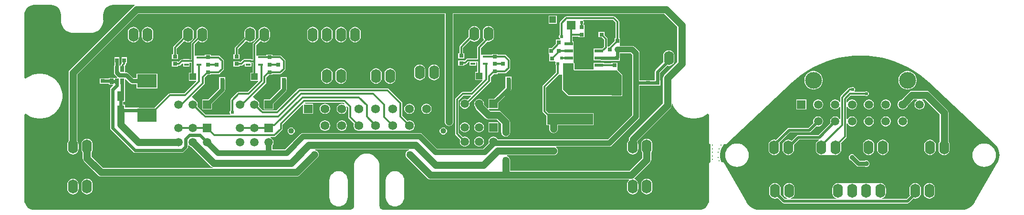
<source format=gbr>
%FSTAX26Y26*%
%MOMM*%
%SFA1B1*%

%IPPOS*%
%ADD11C,0.380999*%
%ADD12C,1.269997*%
%ADD13C,0.761998*%
%ADD14C,0.634999*%
%ADD15O,1.749997X2.499995*%
%ADD16C,1.019998*%
%ADD17C,1.569997*%
%ADD18R,1.569997X1.569997*%
%ADD19C,1.499997*%
%ADD20R,1.499997X1.499997*%
%ADD21C,2.999994*%
%ADD22C,1.519997*%
%ADD23R,1.519997X1.519997*%
%ADD24C,0.914398*%
%ADD25C,0.609599*%
%ADD26C,0.304799*%
%ADD27C,1.269997*%
%ADD28R,1.799996X1.299997*%
%ADD29R,1.699997X2.499995*%
%ADD30R,1.199998X1.199998*%
%ADD31R,1.199998X1.199998*%
%ADD32R,3.499993X1.799996*%
%ADD33R,0.769998X0.799998*%
%ADD34R,1.499997X1.599997*%
%ADD35R,1.599997X0.609999*%
%ADD36R,2.619995X3.509993*%
%ADD37R,0.899998X0.399999*%
%ADD38R,1.299997X1.799996*%
%ADD39R,0.649999X0.799998*%
%ADD40R,3.499993X2.349995*%
%ADD41R,0.699999X0.999998*%
%ADD42R,0.799998X0.649999*%
%ADD43C,0.507999*%
%ADD44C,1.015998*%
%LNpcb1_copper_signal_bot-1*%
%LPD*%
G36*
X-80298188Y22653218D02*
X-79971468Y22554107D01*
X-79670351Y22393148*
X-79406419Y22176536*
X-79189834Y21912605*
X-79028874Y21611513*
X-78929763Y21284768*
X-78896514Y20947227*
X-78896972Y20944992*
Y19944994*
X-7890289*
X-7885938Y19503136*
X-78730475Y19078244*
X-78521179Y18686678*
X-78239518Y18343448*
X-77896313Y18061787*
X-77504721Y17852491*
X-77079856Y17723586*
X-76637997Y17680076*
Y1768602*
X-76637972*
X-73638003*
X-73637978*
Y17680076*
X-73196119Y17723586*
X-72771254Y17852491*
X-72379687Y18061787*
X-72036457Y18343448*
X-71754796Y18686678*
X-71545475Y19078244*
X-71416595Y19503136*
X-71373085Y19944994*
X-71379003*
Y20944992*
X-71379461Y20947227*
X-71346212Y21284768*
X-71247101Y21611513*
X-71086141Y21912605*
X-70869556Y22176536*
X-70605624Y22393148*
X-70304507Y22554107*
X-69977762Y22653218*
X-69761303Y22674529*
X-69637986Y2268601*
X-69513246*
X-6582222*
X-65796972Y2255901*
X-65916276Y22509607*
X-66075458Y22387458*
X-77298448Y11164468*
X-77420597Y11005286*
X-77497381Y10819917*
X-77523568Y10620984*
Y-01520647*
X-77630248Y-01659661*
X-77731188Y-01903425*
X-7776563Y-02164994*
Y-0291498*
X-77731188Y-03176549*
X-77630248Y-03420313*
X-77469619Y-03629609*
X-77260297Y-03790238*
X-77016559Y-03891203*
X-7675499Y-03925646*
X-7649342Y-03891203*
X-76249657Y-03790238*
X-76040361Y-03629609*
X-75879731Y-03420313*
X-75778766Y-03176549*
X-75744349Y-0291498*
Y-02164994*
X-75778766Y-01903425*
X-75879731Y-01659661*
X-75986411Y-01520647*
Y10302621*
X-65213636Y21075396*
X-10801578*
Y01905*
X-10795Y01855038*
Y0180467*
X-10781944Y01756029*
X-10775365Y01706067*
X-10756087Y01659509*
X-10743057Y01610868*
X-1071786Y0156723*
X-10698607Y01520698*
X-10667923Y01480743*
X-10642727Y01437106*
X-10607116Y01401495*
X-10576458Y01361516*
X-10536478Y01330858*
X-10500868Y01295247*
X-1045723Y0127005*
X-10417276Y01239367*
X-10370743Y01220114*
X-10327106Y01194917*
X-10278465Y01181887*
X-10231907Y01162608*
X-10181945Y0115603*
X-10133304Y01143*
X-10082936*
X-10033Y01136396*
X-09983038Y01143*
X-0993267*
X-09884029Y0115603*
X-09834067Y01162608*
X-09787509Y01181887*
X-09738868Y01194917*
X-0969523Y01220114*
X-09648698Y01239367*
X-09608743Y0127005*
X-09565106Y01295247*
X-09529495Y01330858*
X-09489516Y01361516*
X-09458858Y01401495*
X-09423247Y01437106*
X-0939805Y01480743*
X-09367367Y01520698*
X-09348114Y0156723*
X-09322917Y01610868*
X-09309887Y01659509*
X-09290608Y01706067*
X-0928403Y01756029*
X-09271Y0180467*
Y01855038*
X-09264396Y01905*
Y21075396*
X28129636*
X30473396Y18731636*
Y12510338*
X28158516Y10195458*
X28036367Y10036276*
X27959608Y09850907*
X27933396Y09652*
Y05144338*
X22107347Y-00681685*
X21985224Y-00840867*
X21908439Y-01026236*
X21882252Y-01225143*
Y-01421257*
X21844355Y-01450365*
X21683726Y-01659661*
X21582786Y-01903425*
X21548344Y-02164994*
Y-0291498*
X21582786Y-03176549*
X21683726Y-03420313*
X21844355Y-03629609*
X22053651Y-03790238*
X22297415Y-03891203*
X22558984Y-03925646*
X22820553Y-03891203*
X23064317Y-03790238*
X23273613Y-03629609*
X23434217Y-03420313*
X23535182Y-03176549*
X23569625Y-0291498*
Y-02164994*
X23535182Y-01903425*
X23434217Y-01659661*
X23419409Y-01640332*
Y-01543507*
X29245458Y04282516*
X29367607Y04441698*
X29444365Y04627067*
X29470578Y04826*
Y05055336*
X29597578Y05080609*
X29766793Y04672025*
X30028972Y04217949*
X30348174Y03801948*
X30718937Y03431184*
X31134939Y03111982*
X3158904Y02849803*
X32073469Y02649143*
X32579945Y02513431*
X33099806Y02444978*
X33624164*
X34144026Y02513431*
X34650502Y02649143*
X35134931Y02849803*
X35589032Y03111982*
X35852709Y03314293*
X3599975Y03267049*
X36070209Y03034766*
X36103458Y02697226*
X36103001Y0269499*
Y-01876399*
X36122737Y-0197551*
X36178871Y-02059533*
X36262868Y-02115667*
X36361979Y-02135378*
Y-05328996*
X36262868Y-05348732*
X36178871Y-05404866*
X36122737Y-05488889*
X36103001Y-05588*
Y-12054992*
X36103458Y-12057227*
X36070209Y-12394768*
X35971099Y-12721513*
X35810139Y-13022605*
X35593553Y-13286536*
X35329622Y-13503148*
X35028505Y-13664107*
X34701759Y-13763218*
X34364218Y-13796467*
X34361983Y-1379601*
X-2163798*
Y-13794613*
X-2182942Y-13769416*
X-22007804Y-13695527*
X-22160992Y-13577976*
X-22278517Y-13424789*
X-22352406Y-13246404*
X-22377628Y-1305499*
X-22379*
Y-06054979*
X-22373082*
X-22416592Y-0561312*
X-22545497Y-05188254*
X-22754793Y-04796663*
X-23036453Y-04453458*
X-23379658Y-04171797*
X-2377125Y-03962476*
X-24196116Y-03833596*
X-24638Y-03790086*
X-25079858Y-03833596*
X-25504724Y-03962476*
X-25896316Y-04171797*
X-2623952Y-04453458*
X-26521181Y-04796663*
X-26730477Y-05188254*
X-26859382Y-0561312*
X-26902892Y-06054979*
X-26896974*
Y-1305499*
X-26898346*
X-26923568Y-13246404*
X-26997456Y-13424789*
X-27114982Y-13577976*
X-2726817Y-13695527*
X-27446554Y-13769416*
X-27637994Y-13794613*
Y-1379601*
X-83637983*
X-83640218Y-13796467*
X-83977759Y-13763218*
X-84304505Y-13664107*
X-84605622Y-13503148*
X-84869553Y-13286536*
X-85086139Y-13022605*
X-85247099Y-12721513*
X-85346209Y-12394768*
X-85379458Y-12057227*
X-85379001Y-12054992*
Y0269499*
X-85367418Y02819501*
X-85346209Y03034766*
X-8527575Y03267024*
X-85128709Y03314268*
X-84865057Y03111957*
X-84410956Y02849803*
X-83926527Y02649143*
X-83420026Y02513431*
X-82900189Y02444978*
X-82375832*
X-8185597Y02513431*
X-81349494Y02649143*
X-8086504Y02849803*
X-80410939Y03111957*
X-79994963Y03431159*
X-79624199Y03801948*
X-79304997Y04217949*
X-79042818Y04672025*
X-78842158Y05156479*
X-78706446Y05662955*
X-78637993Y06182817*
Y06707149*
X-78706446Y07227011*
X-78842158Y07733487*
X-79042818Y08217941*
X-79304997Y08672017*
X-79624199Y09088018*
X-79994963Y09458807*
X-80410939Y09778009*
X-8086504Y10040162*
X-81349494Y10240822*
X-8185597Y10376535*
X-82375832Y10444988*
X-82900189*
X-83420026Y10376535*
X-83926527Y10240822*
X-84410956Y10040162*
X-84865057Y09778009*
X-85128709Y09575698*
X-8527575Y09622942*
X-85346209Y098552*
X-85379458Y10192766*
X-85379001Y10194975*
Y20944992*
X-85379458Y20947227*
X-85346209Y21284768*
X-85247099Y21611513*
X-85086139Y21912605*
X-84869553Y22176536*
X-84605622Y22393148*
X-84304505Y22554107*
X-83977759Y22653218*
X-837613Y22674529*
X-83637983Y2268601*
X-83513244*
X-80637989*
X-80635754Y22686467*
X-80298188Y22653218*
G37*
G36*
X64257859Y1363538D02*
X65517318Y13499973D01*
X66763874Y13275081*
X67991228Y12961797*
X69193079Y12561798*
X70363359Y12077039*
X71496072Y1151006*
X72585453Y10863707*
X73625938Y1014128*
X7461222Y09346463*
X75127104Y08867114*
X75132285Y08872626*
X86787685Y-02065248*
X86784459Y-02068703*
X86850702Y-02125268*
X87130102Y-0245242*
X87354918Y-02819247*
X87519535Y-03216757*
X87619967Y-03635095*
X87653749Y-04064*
X87619967Y-04492904*
X87519535Y-04911242*
X87354918Y-05308727*
X87279911Y-05431104*
X87285779Y-05434507*
X83307834Y-12324511*
X83238441Y-12431115*
X83088657Y-12675539*
X82809257Y-13002691*
X82482105Y-13282117*
X82115279Y-13506907*
X81717794Y-1367155*
X81299431Y-13771981*
X80873168Y-13805535*
X80870526Y-13805001*
X45113448*
X45110806Y-13805535*
X44684543Y-13771981*
X44266205Y-1367155*
X43868721Y-13506907*
X43501868Y-13282117*
X43174716Y-13002691*
X42895316Y-12675539*
X42745533Y-12431115*
X4267614Y-12324511*
X38698195Y-05434507*
X38631571Y-05358536*
X38540944Y-05313832*
X38440106Y-05307228*
X38375945Y-05328996*
X38341681*
X38172288Y-04873396*
X38077876Y-04378375*
X38067386Y-03874516*
X38141097Y-0337599*
X38296926Y-02896717*
X3853053Y-0245016*
X38769594Y-02135378*
X39019073*
X39064641Y-0212631*
X39110539Y-0211869*
X39114069Y-0211648*
X39118184Y-02115667*
X39156817Y-02089835*
X39196289Y-02065248*
X50851689Y08872626*
X5085687Y08867114*
X51371728Y09346463*
X52358036Y1014128*
X53398521Y10863707*
X54487902Y1151006*
X55620615Y12077039*
X56790869Y12561798*
X57992746Y12961797*
X592201Y13275081*
X60466655Y13499973*
X61726089Y1363538*
X62992Y13680592*
X64257859Y1363538*
G37*
%LNpcb1_copper_signal_bot-2*%
%LPC*%
G36*
X09084995Y20776996D02*
X07630998D01*
Y19322999*
X09084995*
Y20776996*
G37*
G36*
X-03048Y18911646D02*
X-03309569Y18877203D01*
X-03553307Y18776238*
X-03762629Y18615609*
X-03923233Y18406313*
X-04024198Y18162549*
X-0405864Y1790098*
Y17150994*
X-04024198Y16889425*
X-03923233Y16645661*
X-03793363Y16476421*
X-04927879Y15341879*
X-04998059Y15236875*
X-05022697Y15113*
Y13141198*
X-05221986*
Y13153999*
X-06375984*
Y13150697*
X-06731*
X-06854875Y13126059*
X-06959879Y13055879*
X-07231659Y12784124*
X-07346975Y12755981*
X-08400999*
Y11851995*
X-07346975*
Y12055881*
X-0717837*
X-07054494Y12080519*
X-06949465Y12150699*
X-06596888Y12503277*
X-06375984*
Y11849989*
X-05221986*
Y12493777*
X-05022697*
Y10759998*
X-05392978*
Y09305975*
X-04144721*
X-04096131Y09188653*
X-06103086Y07181697*
X-0762*
X-07743875Y07157059*
X-07848879Y07086879*
X-08864879Y06070879*
X-08935059Y05965875*
X-08959697Y05842*
Y-00254*
X-08935059Y-00377875*
X-08864879Y-00482879*
X-08048574Y-0129921*
X-08056219Y-01312468*
X-08115985Y-01535531*
Y-01766443*
X-08056219Y-01989505*
X-07940751Y-0218948*
X-0777748Y-02352751*
X-07577505Y-02468219*
X-07354443Y-02527985*
X-07123531*
X-06900468Y-02468219*
X-06700494Y-02352751*
X-06537223Y-0218948*
X-06421755Y-01989505*
X-06361988Y-01766443*
Y-01535531*
X-06421755Y-01312468*
X-06537223Y-01112494*
X-06700494Y-00949223*
X-06900468Y-00833755*
X-07123531Y-00773988*
X-07354443*
X-07577505Y-00833755*
X-07590764Y-008414*
X-08312277Y-00119888*
Y05707888*
X-07485888Y06534277*
X-06154445*
X-06105855Y06416929*
X-06726199Y05796584*
X-06900468Y05897219*
X-07123531Y05956985*
X-07354443*
X-07577505Y05897219*
X-0777748Y05781751*
X-07940751Y0561848*
X-08056219Y05418505*
X-08115985Y05195443*
Y04964531*
X-08056219Y04741468*
X-07940751Y04541494*
X-0777748Y04378223*
X-07577505Y04262755*
X-07354443Y04202988*
X-07123531*
X-06900468Y04262755*
X-06700494Y04378223*
X-06537223Y04541494*
X-06421755Y04741468*
X-06361988Y04964531*
Y05195443*
X-06372504Y0523466*
X-02692095Y08915095*
X-02621915Y09020098*
X-02597277Y09144*
Y09861905*
X-02101189Y10357993*
X-01377975*
Y10486263*
X-00111988*
X00011861Y10510901*
X0011689Y10581081*
X00736879Y11201095*
X00807059Y11306098*
X00831697Y1143*
Y12827*
X00807059Y12950875*
X00736879Y13055879*
X00086893Y1370589*
X-0001811Y13776071*
X-00141986Y13800709*
X-01377975*
Y13928979*
X-02431999*
Y13800709*
X-0302199*
Y13803985*
X-04375277*
Y14978888*
X-03267405Y16086759*
X-0323408Y16136645*
X-03209163Y16161562*
X-03048Y16140328*
X-02786405Y1617477*
X-02542667Y16275735*
X-02333345Y16436365*
X-02172741Y16645661*
X-02071776Y16889425*
X-02037359Y17150994*
Y1790098*
X-02071776Y18162549*
X-02172741Y18406313*
X-02333345Y18615609*
X-02542667Y18776238*
X-02786405Y18877203*
X-03048Y18911646*
G37*
G36*
X-05547995D02*
X-05809564Y18877203D01*
X-06053328Y18776238*
X-06262624Y18615609*
X-06423228Y18406313*
X-06524193Y18162549*
X-06558635Y1790098*
Y17150994*
X-0653796Y16993844*
X-08102879Y15428899*
X-08173059Y1532387*
X-08197697Y15199995*
Y14055979*
X-08400999*
Y13151993*
X-07346975*
Y14055979*
X-07550277*
Y15065908*
X-06215761Y16400399*
X-06053328Y16275735*
X-05809564Y1617477*
X-05547995Y16140328*
X-05286425Y1617477*
X-05042662Y16275735*
X-04833366Y16436365*
X-04672736Y16645661*
X-04571796Y16889425*
X-04537354Y17150994*
Y1790098*
X-04571796Y18162549*
X-04672736Y18406313*
X-04833366Y18615609*
X-05042662Y18776238*
X-05286425Y18877203*
X-05547995Y18911646*
G37*
G36*
X-26709979Y18784646D02*
X-26971574Y18750203D01*
X-27215312Y18649238*
X-27424634Y18488609*
X-27585238Y18279313*
X-27686203Y18035549*
X-27720645Y1777398*
Y17023994*
X-27686203Y16762425*
X-27585238Y16518661*
X-27424634Y16309365*
X-27215312Y16148735*
X-26971574Y1604777*
X-26709979Y16013328*
X-2644841Y1604777*
X-26204672Y16148735*
X-2599535Y16309365*
X-25834746Y16518661*
X-25733781Y16762425*
X-25699339Y17023994*
Y1777398*
X-25733781Y18035549*
X-25834746Y18279313*
X-2599535Y18488609*
X-26204672Y18649238*
X-2644841Y18750203*
X-26709979Y18784646*
G37*
G36*
X-2921D02*
X-29471569Y18750203D01*
X-29715307Y18649238*
X-29924629Y18488609*
X-30085233Y18279313*
X-30186198Y18035549*
X-3022064Y1777398*
Y17023994*
X-30186198Y16762425*
X-30085233Y16518661*
X-29924629Y16309365*
X-29715307Y16148735*
X-29471569Y1604777*
X-2921Y16013328*
X-28948405Y1604777*
X-28704667Y16148735*
X-28495345Y16309365*
X-28334741Y16518661*
X-28233776Y16762425*
X-28199334Y17023994*
Y1777398*
X-28233776Y18035549*
X-28334741Y18279313*
X-28495345Y18488609*
X-28704667Y18649238*
X-28948405Y18750203*
X-2921Y18784646*
G37*
G36*
X-31709995D02*
X-31971564Y18750203D01*
X-32215328Y18649238*
X-32424624Y18488609*
X-32585228Y18279313*
X-32686193Y18035549*
X-32720635Y1777398*
Y17023994*
X-32686193Y16762425*
X-32585228Y16518661*
X-32424624Y16309365*
X-32215328Y16148735*
X-31971564Y1604777*
X-31709995Y16013328*
X-31448425Y1604777*
X-31204662Y16148735*
X-30995366Y16309365*
X-30834736Y16518661*
X-30733771Y16762425*
X-30699354Y17023994*
Y1777398*
X-30733771Y18035549*
X-30834736Y18279313*
X-30995366Y18488609*
X-31204662Y18649238*
X-31448425Y18750203*
X-31709995Y18784646*
G37*
G36*
X-3420999D02*
X-34471559Y18750203D01*
X-34715323Y18649238*
X-34924619Y18488609*
X-35085248Y18279313*
X-35186188Y18035549*
X-3522063Y1777398*
Y17023994*
X-35186188Y16762425*
X-35085248Y16518661*
X-34924619Y16309365*
X-34715323Y16148735*
X-34471559Y1604777*
X-3420999Y16013328*
X-3394842Y1604777*
X-33704657Y16148735*
X-3349536Y16309365*
X-33334756Y16518661*
X-33233766Y16762425*
X-33199349Y17023994*
Y1777398*
X-33233766Y18035549*
X-33334756Y18279313*
X-3349536Y18488609*
X-33704657Y18649238*
X-3394842Y18750203*
X-3420999Y18784646*
G37*
G36*
X-45318984D02*
X-45580579Y18750203D01*
X-45824317Y18649238*
X-46033639Y18488609*
X-46194243Y18279313*
X-46295208Y18035549*
X-46329625Y1777398*
Y17023994*
X-46308416Y16862806*
X-46363509Y16807738*
X-46377225Y16798569*
X-47980879Y15194889*
X-48051059Y15089886*
X-48075697Y14965984*
Y13928979*
X-48278999*
Y13024993*
X-47224975*
Y13928979*
X-47428277*
Y14831898*
X-45986776Y16273399*
X-45824317Y16148735*
X-45580579Y1604777*
X-45318984Y16013328*
X-45057415Y1604777*
X-44813677Y16148735*
X-44604355Y16309365*
X-44443751Y16518661*
X-44342786Y16762425*
X-44308344Y17023994*
Y1777398*
X-44342786Y18035549*
X-44443751Y18279313*
X-44604355Y18488609*
X-44813677Y18649238*
X-45057415Y18750203*
X-45318984Y18784646*
G37*
G36*
X-56347995D02*
X-56609564Y18750203D01*
X-56853328Y18649238*
X-57062624Y18488609*
X-57223228Y18279313*
X-57324193Y18035549*
X-57358635Y1777398*
Y17023994*
X-57337426Y16862806*
X-57392519Y16807738*
X-57406235Y16798569*
X-58902879Y15301899*
X-58973059Y1519687*
X-58997697Y15072995*
Y13928979*
X-59200999*
Y13024993*
X-58146975*
Y13928979*
X-58350277*
Y14938908*
X-57015761Y16273399*
X-56853328Y16148735*
X-56609564Y1604777*
X-56347995Y16013328*
X-56086425Y1604777*
X-55842662Y16148735*
X-55633366Y16309365*
X-55472736Y16518661*
X-55371796Y16762425*
X-55337354Y17023994*
Y1777398*
X-55371796Y18035549*
X-55472736Y18279313*
X-55633366Y18488609*
X-55842662Y18649238*
X-56086425Y18750203*
X-56347995Y18784646*
G37*
G36*
X-63519989D02*
X-63781559Y18750203D01*
X-64025322Y18649238*
X-64234618Y18488609*
X-64395248Y18279313*
X-64496188Y18035549*
X-6453063Y1777398*
Y17023994*
X-64496188Y16762425*
X-64395248Y16518661*
X-64234618Y16309365*
X-64025322Y16148735*
X-63781559Y1604777*
X-63519989Y16013328*
X-6325842Y1604777*
X-63014656Y16148735*
X-6280536Y16309365*
X-62644756Y16518661*
X-62543766Y16762425*
X-62509349Y17023994*
Y1777398*
X-62543766Y18035549*
X-62644756Y18279313*
X-6280536Y18488609*
X-63014656Y18649238*
X-6325842Y18750203*
X-63519989Y18784646*
G37*
G36*
X-66019984D02*
X-66281579Y18750203D01*
X-66525317Y18649238*
X-66734639Y18488609*
X-66895243Y18279313*
X-66996208Y18035549*
X-67030625Y1777398*
Y17023994*
X-66996208Y16762425*
X-66895243Y16518661*
X-66734639Y16309365*
X-66525317Y16148735*
X-66281579Y1604777*
X-66019984Y16013328*
X-65758415Y1604777*
X-65514677Y16148735*
X-65305355Y16309365*
X-65144751Y16518661*
X-65043786Y16762425*
X-65009344Y17023994*
Y1777398*
X-65043786Y18035549*
X-65144751Y18279313*
X-65305355Y18488609*
X-65514677Y18649238*
X-65758415Y18750203*
X-66019984Y18784646*
G37*
G36*
X19177Y20643697D02*
X10795D01*
X10671098Y20619059*
X10566095Y20548879*
X09677095Y19659879*
X09606915Y19554875*
X09582277Y19431*
Y17304918*
X09539935Y17262576*
X094742Y17103877*
Y16932097*
X09539935Y16773397*
X09657334Y16655999*
X09656343Y16634231*
X0962632Y16528999*
X08960993*
Y15898774*
X0895477Y15867481*
Y15777565*
X08182178Y15004999*
X07660995*
Y13950975*
X07727975Y13883995*
Y12643993*
X08781999*
X0894715Y12478816*
X08904935Y12436576*
X088392Y12277877*
Y12106097*
X08904935Y11947398*
X08947277Y11905056*
Y10675086*
X06629095Y08356879*
X06558915Y08251875*
X06534277Y08128*
Y03760978*
X06558915Y03637102*
X06629095Y03532098*
X07227976Y02933166*
Y01836978*
X07228535*
Y01397*
X07268794Y01299794*
X07366Y01259535*
X07740396*
Y00635*
X07747Y00585038*
Y0053467*
X0776003Y00486029*
X07766608Y00436067*
X07785887Y00389509*
X07798917Y00340868*
X07824114Y0029723*
X07843367Y00250698*
X0787405Y00210743*
X07899247Y00167106*
X07934858Y00131495*
X07965516Y00091516*
X08005495Y00060858*
X08041106Y00025247*
X08084743Y0000005*
X08124698Y-00030607*
X0817123Y-0004986*
X08214868Y-00075057*
X08263509Y-00088087*
X08310067Y-00107365*
X08360028Y-00113944*
X0840867Y-00127*
X08459038*
X08509Y-00133578*
X08558936Y-00127*
X08609304*
X08657945Y-00113944*
X08707907Y-00107365*
X08754465Y-00088087*
X08803106Y-00075057*
X08846743Y-0004986*
X08893276Y-00030607*
X0893323Y0000005*
X08976868Y00025247*
X09012478Y00060858*
X09052458Y00091516*
X09083116Y00131495*
X09118727Y00167106*
X09143923Y00210743*
X09174607Y00250698*
X0919386Y0029723*
X09219057Y00340868*
X09232087Y00389509*
X09251365Y00436067*
X09257944Y00486029*
X09271Y0053467*
Y00585038*
X09277578Y00635*
Y01259535*
X15494*
X1559118Y01299794*
X15631439Y01397*
Y03302*
X1559306Y03394659*
Y0342298*
X15533751*
X15494Y03439439*
X07637348*
X07181697Y0389509*
Y07993888*
X09474809Y10287*
X10022535*
Y0762*
X10022509*
X10062768Y07522768*
X10062794*
X11078794Y06506794*
X11176Y06466509*
Y06466535*
X18707989*
Y06464985*
X20661985*
Y06502958*
X2067118Y06506794*
X20711439Y06604*
Y1016*
X2067118Y1025718*
X19830999Y11097387*
Y11500993*
Y12404979*
X18776975*
Y12261697*
X17502987*
Y12369977*
X1564899*
Y1120399*
X15631439Y11186439*
X12248921*
X12202439Y11232921*
Y12319*
X1216218Y1241618*
X12102998Y12440716*
Y12775971*
Y12775996*
Y13639977*
Y14909977*
Y16179977*
X119317*
Y17060265*
X12934975*
Y16931995*
X13988999*
Y17835981*
Y19135979*
X13785697*
Y19271056*
X13828039Y19313398*
X138938Y19472097*
Y19643877*
X13828039Y19802576*
X13761364Y19869277*
X13813967Y19996277*
X19042888*
X19503263Y19535902*
Y16782999*
X19374993*
Y16261791*
X18432576Y15319375*
X18392216Y15258999*
X18103697*
Y16621988*
X18079059Y16745864*
X18008879Y16850893*
X17544999Y17314799*
Y17835981*
X16490975*
Y16931995*
X17012183*
X17456277Y16487902*
Y15247086*
X17125391Y149162*
X16690492*
X16659199Y14909977*
X1564899*
Y14045996*
Y12775996*
X16888383*
X16994987Y12754787*
X19344995*
Y12680975*
X20248981*
Y13194207*
X20257693Y13237997*
Y13266369*
X20280198Y13379475*
Y133795*
Y14084554*
X22210801*
X22466554Y13828801*
Y0889*
Y03062173*
X18146801Y-01257554*
X-01373479*
X-01457223Y-01112494*
X-01620494Y-00949223*
X-01820468Y-00833755*
X-02043531Y-00773988*
X-02274443*
X-02497505Y-00833755*
X-0269748Y-00949223*
X-02860751Y-01112494*
X-02976219Y-01312468*
X-03035985Y-01535531*
Y-01766443*
X-0298803Y-01945411*
X-03951173Y-02908554*
X-12177801*
X-14782165Y-00304165*
X-14992223Y-0016383*
X-1524Y-00114554*
X-35941*
X-36188751Y-0016383*
X-36398809Y-00304165*
X-39130173Y-03035554*
X-41389554*
Y-0237081*
X-41335223Y-0231648*
X-41219755Y-02116505*
X-41159988Y-01893443*
Y-01662531*
X-41219755Y-01439468*
X-41335223Y-01239494*
X-41498494Y-01076223*
X-41698468Y-00960755*
X-41706114Y-00958697*
X-41689401Y-00831697*
X-41021*
X-40897098Y-00807059*
X-40792095Y-00736879*
X-39649095Y00406095*
X-39578915Y00511098*
X-39554277Y00635*
Y01389888*
X-36078312Y04865852*
X-35960989Y04817237*
Y03281984*
X-3413699*
Y05105984*
X-35555351*
X-3562195Y05232984*
X-35600335Y05264277*
X-28709086*
X-28551047Y05106238*
X-28629025Y05004612*
X-2869697Y0504383*
X-28928923Y05105984*
X-29169055*
X-29401008Y0504383*
X-29608957Y04923764*
X-29778756Y04753965*
X-29898848Y04546015*
X-29960976Y04314063*
Y04073906*
X-29898848Y03841978*
X-29778756Y03634003*
X-29608957Y03464204*
X-29401008Y03344138*
X-29169055Y03281984*
X-28928923*
X-2869697Y03344138*
X-28488995Y03464204*
X-28319196Y03634003*
X-2819913Y03841978*
X-28136977Y04073906*
Y04314063*
X-2819913Y04546015*
X-28238373Y0461396*
X-28136748Y04691938*
X-27882697Y04437888*
Y02703982*
X-27858059Y02580106*
X-27787879Y02475077*
X-26884198Y01571371*
X-26898828Y01545996*
X-26960982Y01314069*
Y01073912*
X-26898828Y00841959*
X-26778762Y00634009*
X-26608963Y0046421*
X-26401014Y00344144*
X-26169061Y0028199*
X-16928922*
X-16696969Y00344144*
X-16489019Y0046421*
X-16319195Y00634009*
X-16199129Y00841959*
X-16136975Y01073937*
Y01314069*
X-16199129Y01545996*
X-16319195Y01753971*
X-16489019Y0192377*
X-16696969Y02043836*
X-16928922Y0210599*
X-17169053*
X-17401006Y02043836*
X-17426381Y0202918*
X-18345277Y02948076*
Y05207*
X-18369915Y05330875*
X-18440095Y05435879*
X-20726095Y07721879*
X-20831098Y07792059*
X-20955Y07816697*
X-36576*
X-36699875Y07792059*
X-36804879Y07721879*
X-40647086Y03879697*
X-43045888*
X-437674Y0460121*
X-43759755Y04614468*
X-43699988Y04837531*
Y05068443*
X-43759755Y05291505*
X-43875223Y0549148*
X-44038494Y05654751*
X-44238468Y05770219*
X-44255893Y05774893*
X-44856095Y06375095*
X-42570095Y08661095*
X-42499915Y08766098*
X-42475277Y0889*
Y09749891*
X-41979189Y10245979*
X-41382975*
Y10374274*
X-39974977*
X-39851101Y10398912*
X-39746072Y10469092*
X-39141095Y11074095*
X-39070915Y11179098*
X-39046277Y11303*
Y127*
X-39070915Y12823875*
X-39141095Y12928879*
X-39791081Y1357889*
X-3989611Y13649071*
X-40019986Y13673709*
X-41382975*
Y13801979*
X-42436999*
Y13673709*
X-4289999*
Y13676985*
X-44220257*
Y15539897*
X-43486755Y16273399*
X-43324297Y16148735*
X-43080559Y1604777*
X-42818989Y16013328*
X-42557395Y1604777*
X-42313656Y16148735*
X-42104335Y16309365*
X-41943731Y16518661*
X-41842766Y16762425*
X-41808349Y17023994*
Y1777398*
X-41842766Y18035549*
X-41943731Y18279313*
X-42104335Y18488609*
X-42313656Y18649238*
X-42557395Y18750203*
X-42818989Y18784646*
X-43080559Y18750203*
X-43324297Y18649238*
X-43533618Y18488609*
X-43694223Y18279313*
X-43795188Y18035549*
X-4382963Y1777398*
Y17023994*
X-43808396Y16862806*
X-43863488Y16807738*
X-4387723Y16798569*
X-44772884Y15902889*
X-44843065Y1579786*
X-44867703Y15673984*
Y12990703*
X-45099986*
Y13026999*
X-46253984*
Y13014604*
X-46364093*
X-46487969Y12989966*
X-46592998Y12919786*
X-47010751Y12502032*
X-47224975*
Y12628981*
X-48278999*
Y11724995*
X-47224975*
Y11854586*
X-46876665*
X-46752789Y11879224*
X-4664776Y11949404*
X-46371306Y12225858*
X-46253984Y12177242*
Y11722989*
X-45099986*
Y12343257*
X-44867703*
Y10632998*
X-45270978*
Y09178975*
X-43909386*
X-43856808Y09051975*
X-45727086Y07181697*
X-47371*
X-47494875Y07157059*
X-47599879Y07086879*
X-48742879Y05943879*
X-48813059Y05838875*
X-48837697Y05715*
Y03842918*
X-48880039Y03800576*
X-489458Y03641877*
Y03470097*
X-48880039Y03311398*
X-48813364Y03244697*
X-48865967Y03117697*
X-53205888*
X-546894Y0460121*
X-54681755Y04614468*
X-54621988Y04837531*
Y05068443*
X-54681755Y05291505*
X-54797223Y0549148*
X-54960494Y05654751*
Y05684494*
X-55651095Y06375095*
X-53492095Y08534095*
X-53421915Y08639098*
X-53397277Y08763*
Y09734905*
X-52901189Y10230993*
X-52304975*
Y10359263*
X-50911988*
X-50788112Y10383901*
X-50683083Y10454081*
X-50063095Y11074095*
X-49992915Y11179098*
X-49968277Y11303*
Y127*
X-49992915Y12823875*
X-50063095Y12928879*
X-50698095Y13563879*
X-50803098Y13634059*
X-50927Y13658697*
X-52304975*
Y13801979*
X-53358999*
Y13658697*
X-53864992*
Y13661999*
X-5501899*
X-55142257Y13670965*
Y15646908*
X-54515766Y16273399*
X-54353307Y16148735*
X-54109569Y1604777*
X-53848Y16013328*
X-53586405Y1604777*
X-53342667Y16148735*
X-53133345Y16309365*
X-52972741Y16518661*
X-52871776Y16762425*
X-52837334Y17023994*
Y1777398*
X-52871776Y18035549*
X-52972741Y18279313*
X-53133345Y18488609*
X-53342667Y18649238*
X-53586405Y18750203*
X-53848Y18784646*
X-54109569Y18750203*
X-54353307Y18649238*
X-54562629Y18488609*
X-54723233Y18279313*
X-54824198Y18035549*
X-5485864Y1777398*
Y17023994*
X-54837406Y16862806*
X-54892498Y16807738*
X-54906214Y16798569*
X-55694884Y16009899*
X-55765065Y1590487*
X-55789703Y15780994*
Y12999212*
X-56064988*
Y13011988*
X-57218986*
Y13008711*
X-57418986*
X-57542861Y12984073*
X-5764789Y12913893*
X-58019975Y12541808*
X-58146975Y12594386*
Y12628981*
X-59200999*
Y11724995*
X-58146975*
Y11854586*
X-57925665*
X-57801789Y11879224*
X-5769676Y11949404*
X-57345986Y12300178*
X-57218986Y12247575*
Y11707977*
X-56064988*
Y12351766*
X-55789703*
Y10632998*
X-56192978*
Y09178975*
X-54944721*
X-54896131Y09061653*
X-57030086Y06927697*
X-59563*
X-59686875Y06903059*
X-59791879Y06832879*
X-62251793Y04372991*
X-6498148*
X-65067992Y04390186*
X-67495978*
Y04963998*
X-67819778*
Y05449976*
X-67495978*
Y07503998*
X-67557777*
Y08448979*
X-67533977*
Y09471888*
X-67406977Y09524492*
X-6663723Y08754745*
X-66469209Y08642451*
X-66270987Y0860303*
X-65503983*
Y07818983*
X-6174999*
Y10422991*
X-65503983*
Y09638944*
X-66056459*
X-66943731Y10526242*
X-67111778Y1063851*
X-6731Y10677931*
X-67533977*
Y11891187*
X-67462095Y11963095*
X-67391915Y12068098*
X-67367277Y12192*
Y12299975*
X-67223995*
Y13353999*
X-68127981*
Y123*
X-68128007*
X-68159274Y12181509*
X-68173879Y12166879*
X-68244059Y12061875*
X-68268697Y11938*
Y11901982*
X-68483988*
Y11902008*
X-68507787*
Y12811988*
X-68523993Y12893446*
Y13353999*
X-69427979*
Y12299975*
X-69414186*
Y11902008*
X-69437986*
Y10995482*
X-6943951Y10993196*
X-69478931Y10795*
Y10606354*
X-6943951Y10408158*
X-69327242Y10240111*
X-68917108Y09829977*
X-68968366Y09702977*
X-69433998*
X-70387997*
Y095822*
X-71501*
X-71507045Y09580981*
X-72027999*
Y08676995*
X-71507045*
X-71501Y08675776*
X-70387997*
Y08449005*
X-69700851*
X-69652235Y08331657*
X-70043446Y07940446*
X-70141693Y07793431*
X-70176186Y0762*
Y00762*
X-70141693Y00588543*
X-70043446Y00441528*
X-66106446Y-03495446*
X-65959431Y-03593693*
X-65786Y-03628186*
X-57404*
X-57230543Y-03593693*
X-57083528Y-03495446*
X-56448528Y-02860446*
X-56350281Y-02713405*
X-56315787Y-0254*
Y-02347315*
X-56301665Y-02343505*
X-56188787Y-02328468*
X-5603748Y-02479751*
X-55837505Y-02595219*
X-557435Y-02620416*
X-52359458Y-06004458*
X-52200276Y-06126607*
X-52014907Y-06203365*
X-51915898Y-06216396*
X-51924229Y-06343396*
X-71436636*
X-73486416Y-04293616*
Y-03559327*
X-73379736Y-03420313*
X-73278771Y-03176549*
X-73244329Y-0291498*
Y-02164994*
X-73278771Y-01903425*
X-73379736Y-01659661*
X-73540366Y-01450365*
X-73749662Y-01289735*
X-73993425Y-0118877*
X-74254995Y-01154328*
X-74516564Y-0118877*
X-74760302Y-01289735*
X-74969624Y-01450365*
X-75130228Y-01659661*
X-75231193Y-01903425*
X-75265635Y-02164994*
Y-0291498*
X-75231193Y-03176549*
X-75130228Y-03420313*
X-75023573Y-03559327*
Y-04611979*
X-74997386Y-04810912*
X-74920602Y-04996281*
X-74798453Y-05155438*
X-72298458Y-07655458*
X-72139276Y-07777607*
X-71953907Y-07854365*
X-71755Y-07880578*
X-37084*
X-36885067Y-07854365*
X-36699698Y-07777607*
X-36540516Y-07655458*
X-33365516Y-04480458*
X-33334858Y-04440478*
X-33299247Y-04404868*
X-3327405Y-04361256*
X-33243367Y-04321276*
X-33224089Y-04274743*
X-33198917Y-04231106*
X-33185887Y-04182465*
X-33166608Y-04135907*
X-3316003Y-04085945*
X-33147Y-04037304*
Y-03986936*
X-33140396Y-03937*
X-33147Y-03887038*
Y-0383667*
X-3316003Y-03788003*
X-33166608Y-03738067*
X-33185887Y-03691534*
X-33198917Y-03642868*
X-33224114Y-0359923*
X-33243367Y-03552698*
X-3327405Y-03512718*
X-33299247Y-03469106*
X-33334858Y-03433495*
X-33365516Y-03393516*
X-33405495Y-03362858*
X-33441106Y-03327247*
X-33484718Y-0330205*
X-33524697Y-03271367*
X-3357123Y-03252114*
X-33614868Y-03226917*
X-33663534Y-03213887*
X-33710067Y-03194608*
X-33760003Y-0318803*
X-33784133Y-03181578*
X-33767395Y-03054578*
X-17159579*
X-17142841Y-03181578*
X-17166971Y-0318803*
X-17216907Y-03194608*
X-1726344Y-03213887*
X-17312106Y-03226917*
X-17355743Y-03252114*
X-17402276Y-03271367*
X-17442256Y-0330205*
X-17485868Y-03327247*
X-17521478Y-03362858*
X-17561458Y-03393516*
X-17592116Y-03433495*
X-17627727Y-03469106*
X-17652923Y-03512718*
X-17683607Y-03552698*
X-1770286Y-0359923*
X-17728057Y-03642868*
X-17741087Y-03691534*
X-17760365Y-03738067*
X-17766944Y-03788003*
X-1778Y-0383667*
Y-03887038*
X-17786578Y-03937*
X-1778Y-03986936*
Y-04037304*
X-17766944Y-04085971*
X-17760365Y-04135907*
X-17741087Y-0418244*
X-17728057Y-04231106*
X-1770286Y-04274743*
X-17683607Y-04321276*
X-17652923Y-04361256*
X-17627727Y-04404868*
X-17592116Y-04440478*
X-17561458Y-04480458*
X-13878458Y-08163458*
X-13719276Y-08285607*
X-13533907Y-08362365*
X-13335Y-08388578*
X-13334974*
X21862211*
X21905315Y-08515578*
X21844355Y-08562365*
X21683726Y-08771661*
X21582786Y-09015425*
X21548344Y-09276994*
Y-1002698*
X21582786Y-10288549*
X21683726Y-10532313*
X21844355Y-10741609*
X22053677Y-10902238*
X22297415Y-11003203*
X22558984Y-11037646*
X22820553Y-11003203*
X23064317Y-10902238*
X23273613Y-10741609*
X23434243Y-10532313*
X23535208Y-10288549*
X23569625Y-1002698*
Y-09276994*
X23535208Y-09015425*
X23434243Y-08771661*
X23273613Y-08562365*
X23064317Y-08401735*
X22867823Y-08320354*
X22837597Y-08183448*
X22863657Y-08163458*
X25602438Y-05424678*
X25724586Y-05265496*
X2580137Y-05080127*
X25827558Y-04881194*
Y-03559327*
X25934238Y-03420313*
X26035203Y-03176549*
X2606962Y-0291498*
Y-02164994*
X26035203Y-01903425*
X25934238Y-01659661*
X25773608Y-01450365*
X25564312Y-01289735*
X25320548Y-0118877*
X25058979Y-01154328*
X2479741Y-0118877*
X24553646Y-01289735*
X2434435Y-01450365*
X24183746Y-01659661*
X24082781Y-01903425*
X24048339Y-02164994*
Y-0291498*
X24082781Y-03176549*
X24183746Y-03420313*
X24290401Y-03559327*
Y-04562856*
X22001835Y-06851396*
X00768578*
Y-04953*
X00762Y-04903038*
Y-0485267*
X00748944Y-04804029*
X00742365Y-04754067*
X00723087Y-04707509*
X00710057Y-04658868*
X0068486Y-0461523*
X00665607Y-04568698*
X00634923Y-04528743*
X00609727Y-04485106*
X00574116Y-04449495*
X00543458Y-04409516*
X00503478Y-04378858*
X00467868Y-04343247*
X0042423Y-0431805*
X00384276Y-04287367*
X00337743Y-04268114*
X00294106Y-04242917*
X00245465Y-04229887*
X00198907Y-04210608*
X0019276Y-04197578*
X00273278Y-04070578*
X08509*
X08558936Y-04064*
X08609304*
X08657945Y-04050944*
X08707907Y-04044365*
X08754465Y-04025087*
X08803106Y-04012057*
X08846743Y-0398686*
X08893276Y-03967607*
X0893323Y-03936923*
X08976868Y-03911727*
X09012478Y-03876116*
X09052458Y-03845458*
X09083116Y-03805478*
X09118727Y-03769868*
X09143923Y-0372623*
X09174607Y-03686276*
X0919386Y-03639743*
X09219057Y-03596106*
X09232087Y-03547465*
X09251365Y-03500907*
X09257944Y-03450945*
X09271Y-03402304*
Y-03351936*
X09277578Y-03302*
X09271Y-03252038*
Y-0320167*
X09257944Y-03153029*
X09251365Y-03103067*
X09232087Y-03056509*
X09219057Y-03007868*
X0919386Y-0296423*
X09174607Y-02917698*
X09143923Y-02877743*
X09118727Y-02834106*
X09083116Y-02798495*
X09052458Y-02758516*
X09012478Y-02727858*
X08976868Y-02692247*
X08954693Y-0267942*
X08957945Y-02619248*
X08992489Y-0255242*
X18415*
X18662751Y-02503144*
X18872809Y-02362809*
X23571809Y02336165*
X23712144Y02546223*
X2376142Y02794*
Y08324799*
X25272974*
X25273Y08324773*
X26924*
X26930045Y08325992*
X27450999*
Y09229979*
X27377186*
Y10607268*
X28646526Y11876608*
X28694405Y1185677*
X28956Y11822328*
X29217569Y1185677*
X29461307Y11957735*
X29670629Y12118365*
X29831233Y12327661*
X29932198Y12571425*
X2996664Y12832994*
Y1358298*
X29932198Y13844549*
X29831233Y14088313*
X29670629Y14297609*
X29461307Y14458238*
X29217569Y14559203*
X28956Y14593646*
X28694405Y14559203*
X28450667Y14458238*
X28241345Y14297609*
X28080741Y14088313*
X27979776Y13844549*
X27945334Y1358298*
Y12832994*
X27979776Y12571425*
X28003119Y12515062*
X26603528Y11115446*
X26505281Y10968431*
X26470787Y10795*
Y09231198*
X25273*
X2376142*
Y14097*
X23712144Y14344751*
X23571809Y14554809*
X22936809Y15189809*
X22726751Y15330144*
X22479Y1537942*
X20307554*
X20278979Y15407995*
Y16782999*
X20150709*
Y19669988*
X20126071Y19793864*
X2005589Y19898893*
X19405879Y20548879*
X19300875Y20619059*
X19177Y20643697*
G37*
G36*
X-127Y12053646D02*
X-12961569Y12019203D01*
X-13205307Y11918238*
X-13414629Y11757609*
X-13575233Y11548313*
X-13676198Y11304549*
X-1371064Y1104298*
Y10292994*
X-13676198Y10031425*
X-13575233Y09787661*
X-13414629Y09578365*
X-13205307Y09417735*
X-12961569Y0931677*
X-127Y09282328*
X-12438405Y0931677*
X-12194667Y09417735*
X-11985345Y09578365*
X-11824741Y09787661*
X-11723776Y10031425*
X-11689359Y10292994*
Y1104298*
X-11723776Y11304549*
X-11824741Y11548313*
X-11985345Y11757609*
X-12194667Y11918238*
X-12438405Y12019203*
X-127Y12053646*
G37*
G36*
X-1524D02*
X-15501569Y12019203D01*
X-15745307Y11918238*
X-15954629Y11757609*
X-16115233Y11548313*
X-16216198Y11304549*
X-16250615Y1104298*
Y10292994*
X-16216198Y10031425*
X-16115233Y09787661*
X-15954629Y09578365*
X-15745307Y09417735*
X-15501569Y0931677*
X-1524Y09282328*
X-14978405Y0931677*
X-14734667Y09417735*
X-14525345Y09578365*
X-14364741Y09787661*
X-14263776Y10031425*
X-14229334Y10292994*
Y1104298*
X-14263776Y11304549*
X-14364741Y11548313*
X-14525345Y11757609*
X-14734667Y11918238*
X-14978405Y12019203*
X-1524Y12053646*
G37*
G36*
X-20486979Y11418646D02*
X-20748548Y11384203D01*
X-20992312Y11283238*
X-21201608Y11122609*
X-21362238Y10913313*
X-21463177Y10669549*
X-2149762Y1040798*
Y09657994*
X-21463177Y09396425*
X-21362238Y09152661*
X-21201608Y08943365*
X-20992312Y08782735*
X-20748548Y0868177*
X-20486979Y08647328*
X-2022541Y0868177*
X-19981646Y08782735*
X-1977235Y08943365*
X-19611746Y09152661*
X-19510781Y09396425*
X-19476339Y09657994*
Y1040798*
X-19510781Y10669549*
X-19611746Y10913313*
X-1977235Y11122609*
X-19981646Y11283238*
X-2022541Y11384203*
X-20486979Y11418646*
G37*
G36*
X-22987D02*
X-23248569Y11384203D01*
X-23492307Y11283238*
X-23701629Y11122609*
X-23862233Y10913313*
X-23963198Y10669549*
X-2399764Y1040798*
Y09657994*
X-23963198Y09396425*
X-23862233Y09152661*
X-23701629Y08943365*
X-23492307Y08782735*
X-23248569Y0868177*
X-22987Y08647328*
X-22725405Y0868177*
X-22481667Y08782735*
X-22272345Y08943365*
X-22111741Y09152661*
X-22010776Y09396425*
X-21976334Y09657994*
Y1040798*
X-22010776Y10669549*
X-22111741Y10913313*
X-22272345Y11122609*
X-22481667Y11283238*
X-22725405Y11384203*
X-22987Y11418646*
G37*
G36*
X-2921D02*
X-29471569Y11384203D01*
X-29715307Y11283238*
X-29924629Y11122609*
X-30085233Y10913313*
X-30186198Y10669549*
X-3022064Y1040798*
Y09657994*
X-30186198Y09396425*
X-30085233Y09152661*
X-29924629Y08943365*
X-29715307Y08782735*
X-29471569Y0868177*
X-2921Y08647328*
X-28948405Y0868177*
X-28704667Y08782735*
X-28495345Y08943365*
X-28334741Y09152661*
X-28233776Y09396425*
X-28199334Y09657994*
Y1040798*
X-28233776Y10669549*
X-28334741Y10913313*
X-28495345Y11122609*
X-28704667Y11283238*
X-28948405Y11384203*
X-2921Y11418646*
G37*
G36*
X-31709995D02*
X-31971564Y11384203D01*
X-32215328Y11283238*
X-32424624Y11122609*
X-32585228Y10913313*
X-32686193Y10669549*
X-32720635Y1040798*
Y09657994*
X-32686193Y09396425*
X-32585228Y09152661*
X-32424624Y08943365*
X-32215328Y08782735*
X-31971564Y0868177*
X-31709995Y08647328*
X-31448425Y0868177*
X-31204662Y08782735*
X-30995366Y08943365*
X-30834736Y09152661*
X-30733796Y09396425*
X-30699354Y09657994*
Y1040798*
X-30733796Y10669549*
X-30834736Y10913313*
X-30995366Y11122609*
X-31204662Y11283238*
X-31448425Y11384203*
X-31709995Y11418646*
G37*
G36*
X01019987Y09951999D02*
X-00003987D01*
Y09454896*
X-00009931Y09424974*
Y07961528*
X-02014499Y05956985*
X-03035985*
Y04302531*
X-03162985Y04249928*
X-03833749Y04920665*
X-03821988Y04964531*
Y05195443*
X-03881755Y05418505*
X-03997223Y0561848*
X-04160494Y05781751*
X-04360468Y05897219*
X-04583531Y05956985*
X-04814443*
X-05037505Y05897219*
X-0523748Y05781751*
X-05400751Y0561848*
X-05516219Y05418505*
X-05575985Y05195443*
Y04964531*
X-05516219Y04741468*
X-05410936Y04559122*
X-05397373Y04456049*
X-05320588Y04270679*
X-0519844Y04111523*
X-03591458Y02504516*
X-03432276Y02382367*
X-03246907Y02305608*
X-03048Y02279396*
X-01588338*
X-00768578Y01459636*
Y0*
X-00762Y-00049936*
Y-00100304*
X-00748944Y-00148945*
X-00742365Y-00198907*
X-00723087Y-00245465*
X-00710057Y-00294106*
X-0068486Y-00337743*
X-00665607Y-00384276*
X-00634923Y-0042423*
X-00609727Y-00467868*
X-00574116Y-00503478*
X-00543458Y-00543458*
X-00503478Y-00574116*
X-00467868Y-00609727*
X-0042423Y-00634923*
X-00384276Y-00665607*
X-00337743Y-0068486*
X-00294106Y-00710057*
X-00245465Y-00723087*
X-00198907Y-00742365*
X-00148945Y-00748944*
X-00100304Y-00762*
X-00049936*
X0Y-00768578*
X00049936Y-00762*
X00100304*
X00148945Y-00748944*
X00198907Y-00742365*
X00245465Y-00723087*
X00294106Y-00710057*
X00337743Y-0068486*
X00384276Y-00665607*
X0042423Y-00634923*
X00467868Y-00609727*
X00503478Y-00574116*
X00543458Y-00543458*
X00574116Y-00503478*
X00609727Y-00467868*
X00634923Y-0042423*
X00665607Y-00384276*
X0068486Y-00337743*
X00710057Y-00294106*
X00723087Y-00245465*
X00742365Y-00198907*
X00748944Y-00148945*
X00762Y-00100304*
Y-00049936*
X00768578Y0*
Y01777974*
Y01778*
X00742365Y01976907*
X00665607Y02162276*
X00543458Y02321458*
X-00726516Y03591458*
X-00885698Y03713607*
X-01071067Y03790365*
X-0127Y03816578*
X-02729636*
X-02989046Y04075988*
X-02936443Y04202988*
X-01281988*
Y05224475*
X00874242Y07380732*
X0098651Y07548778*
X01025931Y07747*
Y09424974*
X01019987Y09454896*
Y09951999*
G37*
G36*
X-38857986Y09824999D02*
X-39881987D01*
Y09327896*
X-39887931Y09297974*
Y07834528*
X-41892499Y05829985*
X-42913985*
Y04075988*
X-41159988*
Y05097475*
X-39003732Y07253732*
X-38891464Y07421778*
X-38852043Y0762*
Y09297974*
X-38857986Y09327896*
Y09824999*
G37*
G36*
X-49779986D02*
X-50803987D01*
Y09327896*
X-50809931Y09297974*
Y07834528*
X-52814499Y05829985*
X-53835985*
Y04075988*
X-52081988*
Y05097475*
X-49925732Y07253732*
X-49813464Y07421778*
X-49774043Y0762*
Y09297974*
X-49779986Y09327896*
Y09824999*
G37*
G36*
X-13928928Y05105984D02*
X-14169059D01*
X-14401012Y0504383*
X-14608962Y04923764*
X-14778761Y04753965*
X-14898827Y04546015*
X-14960981Y04314063*
Y04073906*
X-14898827Y03841978*
X-14778761Y03634003*
X-14608962Y03464204*
X-14401012Y03344138*
X-14169059Y03281984*
X-13928928*
X-13696975Y03344138*
X-13489Y03464204*
X-13319201Y03634003*
X-13199135Y03841978*
X-13136981Y04073906*
Y04314063*
X-13199135Y04546015*
X-13319201Y04753965*
X-13489Y04923764*
X-13696975Y0504383*
X-13928928Y05105984*
G37*
G36*
X-16928922D02*
X-17169053D01*
X-17401006Y0504383*
X-17608956Y04923764*
X-17778755Y04753965*
X-17898846Y04546015*
X-17960975Y04314063*
Y04073906*
X-17898846Y03841978*
X-17778755Y03634003*
X-17608956Y03464204*
X-17401006Y03344138*
X-17169053Y03281984*
X-16928922*
X-16696969Y03344138*
X-16489019Y03464204*
X-16319195Y03634003*
X-16199129Y03841978*
X-16136975Y04073906*
Y04314063*
X-16199129Y04546015*
X-16319195Y04753965*
X-16489019Y04923764*
X-16696969Y0504383*
X-16928922Y05105984*
G37*
G36*
X-31928917D02*
X-32169049D01*
X-32401002Y0504383*
X-32608977Y04923764*
X-32778776Y04753965*
X-32898842Y04546015*
X-32960995Y04314037*
Y04073906*
X-32898842Y03841978*
X-32778776Y03634003*
X-32608977Y03464204*
X-32401002Y03344138*
X-32169049Y03281984*
X-31928917*
X-31696964Y03344138*
X-31489015Y03464204*
X-31319216Y03634003*
X-31199124Y03841978*
X-31136996Y04073906*
Y04314037*
X-31199124Y04546015*
X-31319216Y04753965*
X-31489015Y04923764*
X-31696964Y0504383*
X-31928917Y05105984*
G37*
G36*
Y0210599D02*
X-32169049D01*
X-32401002Y02043836*
X-32608977Y0192377*
X-32778776Y01753971*
X-32898842Y01545996*
X-32960995Y01314069*
Y01073937*
X-32898842Y00841959*
X-32778776Y00634009*
X-32608977Y0046421*
X-32401002Y00344144*
X-32169049Y0028199*
X-31928917*
X-31696964Y00344144*
X-31489015Y0046421*
X-31319216Y00634009*
X-31199124Y00841959*
X-31136996Y01073937*
Y01314069*
X-31199124Y01545996*
X-31319216Y01753971*
X-31489015Y0192377*
X-31696964Y02043836*
X-31928917Y0210599*
G37*
G36*
X-28928923D02*
X-29169055D01*
X-29401008Y02043836*
X-29608957Y0192377*
X-29778756Y01753971*
X-29898848Y01545996*
X-29960976Y01314069*
Y01073912*
X-29898848Y00841959*
X-29778756Y00634009*
X-29608957Y0046421*
X-29401008Y00344144*
X-29169055Y0028199*
X-28928923*
X-2869697Y00344144*
X-28488995Y0046421*
X-28319196Y00634009*
X-2819913Y00841959*
X-28136977Y01073912*
Y01314069*
X-2819913Y01545996*
X-28319196Y01753971*
X-28488995Y0192377*
X-2869697Y02043836*
X-28928923Y0210599*
G37*
G36*
X-01281988Y01765985D02*
X-03035985D01*
Y00011988*
X-01281988*
Y01765985*
G37*
G36*
X-04583531D02*
X-04814443D01*
X-05037505Y01706219*
X-0523748Y01590751*
X-05400751Y0142748*
X-05516219Y01227505*
X-05575985Y01004443*
Y00773531*
X-05516219Y00550468*
X-05400751Y00350494*
X-0523748Y00187223*
X-05037505Y00071755*
X-04814443Y00011988*
X-04583531*
X-04360468Y00071755*
X-04160494Y00187223*
X-03997223Y00350494*
X-03881755Y00550468*
X-03821988Y00773531*
Y01004443*
X-03881755Y01227505*
X-03997223Y0142748*
X-04160494Y01590751*
X-04360468Y01706219*
X-04583531Y01765985*
G37*
G36*
X-07123531D02*
X-07354443D01*
X-07577505Y01706219*
X-0777748Y01590751*
X-07940751Y0142748*
X-08056219Y01227505*
X-08115985Y01004443*
Y00773531*
X-08056219Y00550468*
X-07940751Y00350494*
X-0777748Y00187223*
X-07577505Y00071755*
X-07354443Y00011988*
X-07123531*
X-06900468Y00071755*
X-06700494Y00187223*
X-06537223Y00350494*
X-06421755Y00550468*
X-06361988Y00773531*
Y01004443*
X-06421755Y01227505*
X-06537223Y0142748*
X-06700494Y01590751*
X-06900468Y01706219*
X-07123531Y01765985*
G37*
G36*
X-10922279Y00890981D02*
X-11175695D01*
X-11409807Y00794004*
X-11589004Y00614807*
X-11685981Y00380695*
Y00127279*
X-11589004Y-00106807*
X-11409807Y-00286004*
X-11175695Y-00382981*
X-10922279*
X-10688167Y-00286004*
X-1050897Y-00106807*
X-10411993Y00127279*
Y00380695*
X-1050897Y00614807*
X-10688167Y00794004*
X-10922279Y00890981*
G37*
G36*
X-37922276D02*
X-38175692D01*
X-38409829Y00794004*
X-38589Y00614807*
X-38685978Y00380695*
Y00127279*
X-38589Y-00106807*
X-38409829Y-00286004*
X-38175692Y-00382981*
X-37922276*
X-37688164Y-00286004*
X-37508967Y-00106807*
X-3741199Y00127279*
Y00380695*
X-37508967Y00614807*
X-37688164Y00794004*
X-37922276Y00890981*
G37*
G36*
X-04583531Y-00773988D02*
X-04814443D01*
X-05037505Y-00833755*
X-0523748Y-00949223*
X-05400751Y-01112494*
X-05516219Y-01312468*
X-05575985Y-01535531*
Y-01766443*
X-05516219Y-01989505*
X-05400751Y-0218948*
X-0523748Y-02352751*
X-05037505Y-02468219*
X-04814443Y-02527985*
X-04583531*
X-04360468Y-02468219*
X-04160494Y-02352751*
X-03997223Y-0218948*
X-03881755Y-01989505*
X-03821988Y-01766443*
Y-01535531*
X-03881755Y-01312468*
X-03997223Y-01112494*
X-04160494Y-00949223*
X-04360468Y-00833755*
X-04583531Y-00773988*
G37*
G36*
X25058979Y-08266328D02*
X2479741Y-0830077D01*
X24553672Y-08401735*
X2434435Y-08562365*
X24183746Y-08771661*
X24082781Y-09015425*
X24048339Y-09276994*
Y-1002698*
X24082781Y-10288549*
X24183746Y-10532313*
X2434435Y-10741609*
X24553672Y-10902238*
X2479741Y-11003203*
X25058979Y-11037646*
X25320548Y-11003203*
X25564312Y-10902238*
X25773608Y-10741609*
X25934238Y-10532313*
X26035203Y-10288549*
X26069645Y-1002698*
Y-09276994*
X26035203Y-09015425*
X25934238Y-08771661*
X25773608Y-08562365*
X25564312Y-08401735*
X25320548Y-0830077*
X25058979Y-08266328*
G37*
G36*
X-74254995D02*
X-74516564Y-0830077D01*
X-74760302Y-08401735*
X-74969624Y-08562365*
X-75130228Y-08771661*
X-75231193Y-09015425*
X-75265635Y-09276994*
Y-1002698*
X-75231193Y-10288549*
X-75130228Y-10532313*
X-74969624Y-10741609*
X-74760302Y-10902238*
X-74516564Y-11003203*
X-74254995Y-11037646*
X-73993425Y-11003203*
X-73749662Y-10902238*
X-73540366Y-10741609*
X-73379736Y-10532313*
X-73278771Y-10288549*
X-73244329Y-1002698*
Y-09276994*
X-73278771Y-09015425*
X-73379736Y-08771661*
X-73540366Y-08562365*
X-73749662Y-08401735*
X-73993425Y-0830077*
X-74254995Y-08266328*
G37*
G36*
X-7675499D02*
X-77016559Y-0830077D01*
X-77260297Y-08401735*
X-77469619Y-08562365*
X-77630248Y-08771661*
X-77731188Y-09015425*
X-7776563Y-09276994*
Y-1002698*
X-77731188Y-10288549*
X-77630248Y-10532313*
X-77469619Y-10741609*
X-77260297Y-10902238*
X-77016559Y-11003203*
X-7675499Y-11037646*
X-7649342Y-11003203*
X-76249657Y-10902238*
X-76040361Y-10741609*
X-75879731Y-10532313*
X-75778766Y-10288549*
X-75744349Y-1002698*
Y-09276994*
X-75778766Y-09015425*
X-75879731Y-08771661*
X-76040361Y-08562365*
X-76249657Y-08401735*
X-7649342Y-0830077*
X-7675499Y-08266328*
G37*
G36*
X-19637984Y-06920128D02*
X-19956932Y-06951548D01*
X-20263637Y-07044563*
X-20546288Y-07195642*
X-20794014Y-07398969*
X-20997316Y-07646695*
X-21148395Y-07929346*
X-21241435Y-08236026*
X-21268537Y-08511057*
X-21277275Y-08554999*
Y-11554993*
X-21268537Y-11598935*
X-21241435Y-11873941*
X-21148395Y-1218062*
X-20997316Y-12463272*
X-20794014Y-12711023*
X-20546288Y-12914325*
X-20263637Y-13065429*
X-19956932Y-13158444*
X-19637984Y-13189864*
X-19319036Y-13158444*
X-19012357Y-13065429*
X-18729706Y-12914325*
X-18481954Y-12711023*
X-18278652Y-12463272*
X-18127573Y-1218062*
X-18034533Y-11873941*
X-18007457Y-11598935*
X-17998719Y-11554993*
Y-08554999*
X-18007457Y-08511057*
X-18034533Y-08236026*
X-18127573Y-07929346*
X-18278652Y-07646695*
X-18481954Y-07398969*
X-18729706Y-07195642*
X-19012357Y-07044563*
X-19319036Y-06951548*
X-19637984Y-06920128*
G37*
G36*
X-2963799D02*
X-29956937Y-06951548D01*
X-30263617Y-07044563*
X-30546268Y-07195642*
X-3079402Y-07398969*
X-30997321Y-07646695*
X-31148401Y-07929346*
X-31241441Y-08236026*
X-31268517Y-08511057*
X-31277255Y-08554999*
Y-11554993*
X-31268517Y-11598935*
X-31241441Y-11873941*
X-31148401Y-1218062*
X-30997321Y-12463272*
X-3079402Y-12711023*
X-30546268Y-12914325*
X-30263617Y-13065429*
X-29956937Y-13158444*
X-2963799Y-13189864*
X-29319042Y-13158444*
X-29012337Y-13065429*
X-28729686Y-12914325*
X-28481959Y-12711023*
X-28278658Y-12463272*
X-28127579Y-1218062*
X-28034538Y-11873941*
X-28007437Y-11598935*
X-27998699Y-11554993*
Y-08554999*
X-28007437Y-08511057*
X-28034538Y-08236026*
X-28127579Y-07929346*
X-28278658Y-07646695*
X-28481959Y-07398969*
X-28729686Y-07195642*
X-29012337Y-07044563*
X-29319042Y-06951548*
X-2963799Y-06920128*
G37*
%LNpcb1_copper_signal_bot-3*%
%LPD*%
G36*
X12065Y11176D02*
X12192Y11049D01*
X19685*
X20574Y1016*
Y06604*
X11176*
X1016Y0762*
Y12319*
X12065*
Y11176*
G37*
G36*
X15494Y01397D02*
X07366D01*
Y03302*
X15494*
Y01397*
G37*
%LNpcb1_copper_signal_bot-4*%
%LPC*%
G36*
X71468234Y10899978D02*
X71147736D01*
X70833411Y10837468*
X70537324Y10714812*
X70270827Y10536758*
X70044208Y10310139*
X69866154Y10043668*
X69743523Y09747554*
X69680988Y09433229*
Y09112732*
X69743523Y08798407*
X69866154Y08502319*
X70044208Y08235848*
X70270827Y08009229*
X70537324Y0783115*
X70833411Y07708519*
X71147736Y07645984*
X71468234*
X71782559Y07708519*
X72078646Y0783115*
X72345143Y08009229*
X72571762Y08235848*
X72749816Y08502319*
X72872473Y08798407*
X72934982Y09112732*
Y09433229*
X72872473Y09747554*
X72749816Y10043668*
X72571762Y10310139*
X72345143Y10536758*
X72078646Y10714812*
X71782559Y10837468*
X71468234Y10899978*
G37*
G36*
X54788231D02*
X54467734D01*
X54153409Y10837468*
X53857321Y10714812*
X53590825Y10536758*
X53364206Y10310139*
X53186152Y10043668*
X53063521Y09747554*
X53000986Y09433229*
Y09112732*
X53063521Y08798407*
X53186152Y08502319*
X53364206Y08235848*
X53590825Y08009229*
X53857321Y0783115*
X54153409Y07708519*
X54467734Y07645984*
X54788231*
X55102556Y07708519*
X5539867Y0783115*
X55665141Y08009229*
X5589176Y08235848*
X56069814Y08502319*
X5619247Y08798407*
X5625498Y09112732*
Y09433229*
X5619247Y09747554*
X56069814Y10043668*
X5589176Y10310139*
X55665141Y10536758*
X5539867Y10714812*
X55102556Y10837468*
X54788231Y10899978*
G37*
G36*
X61680877Y080518D02*
X61509097D01*
X61350398Y07986039*
X61308056Y07943697*
X61087*
X60963098Y07919059*
X60858095Y07848879*
X59461095Y06451879*
X59390915Y06346875*
X59366277Y06223*
Y05425135*
X59239277Y05391099*
X59177758Y05497626*
X59012607Y05662777*
X58810347Y05779541*
X58584769Y05839993*
X58351216*
X58125614Y05779541*
X57923353Y05662777*
X57758228Y05497626*
X57641439Y05295366*
X57580987Y05069763*
Y0483621*
X57641439Y04610608*
X57758228Y04408347*
X57923353Y04243197*
X58125614Y04126433*
X58351216Y04065981*
X58584769*
X58810347Y04126433*
X59012607Y04243197*
X59177758Y04408347*
X59239277Y04514875*
X59366277Y04480839*
Y02425115*
X59239277Y02391079*
X59177758Y02497607*
X59012607Y02662758*
X58810347Y02779547*
X58584769Y02839999*
X58351216*
X58125614Y02779547*
X57923353Y02662758*
X57758203Y02497607*
X57641439Y02295347*
X57580987Y02069769*
Y01836216*
X57627647Y01662049*
X55465065Y-00500507*
X51943*
X51794333Y-00530098*
X51668299Y-00614299*
X5078095Y-01501648*
X50670307Y-01416735*
X50426569Y-0131577*
X50165Y-01281328*
X49903405Y-0131577*
X49659667Y-01416735*
X49450345Y-01577365*
X49289741Y-01786661*
X49188776Y-02030425*
X49154334Y-02291994*
Y-0304198*
X49188776Y-03303549*
X49289741Y-03547313*
X49450345Y-03756609*
X49659667Y-03917238*
X49903405Y-04018203*
X50165Y-04052646*
X50426569Y-04018203*
X50670307Y-03917238*
X50879629Y-03756609*
X51040233Y-03547313*
X51141198Y-03303549*
X5117564Y-0304198*
Y-02291994*
X51165074Y-0221173*
X51255295Y-02121509*
X51269011Y-0211234*
X52103909Y-01277467*
X55546066*
X55571339Y-01404467*
X55541646Y-01416735*
X5533235Y-01577365*
X55171746Y-01786661*
X55070781Y-02030425*
X55036339Y-02291994*
Y-0304198*
X55070781Y-03303549*
X55171746Y-03547313*
X5533235Y-03756609*
X55541646Y-03917238*
X5578541Y-04018203*
X56046979Y-04052646*
X58547*
X58808569Y-04018203*
X59052307Y-03917238*
X59261629Y-03756609*
X59422233Y-03547313*
X59523198Y-03303549*
X5955764Y-0304198*
Y-02291994*
X59523198Y-02030425*
X59483421Y-01934362*
X60426879Y-00990879*
X60497059Y-00885875*
X60521697Y-00762*
Y0152626*
X6053841Y01536877*
X60707879Y01495526*
X60758197Y01408353*
X60923347Y01243228*
X61125608Y01126439*
X6135121Y01065987*
X61584763*
X61810366Y01126439*
X62012626Y01243228*
X62177777Y01408353*
X62294541Y01610614*
X62354993Y01836216*
Y02069769*
X62294541Y02295347*
X62177777Y02497607*
X62012626Y02662758*
X61810366Y02779547*
X61584763Y02839999*
X6135121*
X61125608Y02779547*
X60923347Y02662758*
X60758197Y02497607*
X60707879Y0241046*
X6053841Y02369108*
X60521697Y023797*
Y0452628*
X6053841Y04536871*
X60707879Y0449552*
X60758197Y04408347*
X60923347Y04243197*
X61125608Y04126433*
X6135121Y04065981*
X61584763*
X61810366Y04126433*
X62012626Y04243197*
X62177777Y04408347*
X62294541Y04610608*
X62354993Y0483621*
Y05069763*
X62294541Y05295366*
X62177777Y05497626*
X62012626Y05662777*
X61810366Y05779541*
X61584763Y05839993*
X6135121*
X61125608Y05779541*
X60923347Y05662777*
X60758197Y05497626*
X60707879Y05410454*
X6053841Y05369102*
X60521697Y0537972*
Y05834888*
X61221086Y06534277*
X63721056*
X63763398Y06491935*
X63922097Y064262*
X64093877*
X64252576Y06491935*
X64374039Y06613398*
X644398Y06772097*
Y06943877*
X64374039Y07102576*
X64252576Y07224039*
X64093877Y072898*
X63922097*
X63763398Y07224039*
X63721056Y07181697*
X61946967*
X61894364Y07308697*
X61961039Y07375398*
X620268Y07534097*
Y07705877*
X61961039Y07864576*
X61839576Y07986039*
X61680877Y080518*
G37*
G36*
X67584777Y05839993D02*
X67351198D01*
X67125621Y05779541*
X66923361Y05662777*
X6675821Y05497626*
X66641446Y05295366*
X66580994Y05069763*
Y0483621*
X66641446Y04610608*
X6675821Y04408347*
X66923361Y04243197*
X67125621Y04126433*
X67351198Y04065981*
X67584777*
X67810354Y04126433*
X68012614Y04243197*
X68177765Y04408347*
X68294529Y04610608*
X68354981Y0483621*
Y05069763*
X68294529Y05295366*
X68177765Y05497626*
X68012614Y05662777*
X67810354Y05779541*
X67584777Y05839993*
G37*
G36*
X64584757D02*
X64351204D01*
X64125627Y05779541*
X63923367Y05662777*
X63758216Y05497626*
X63641427Y05295366*
X63580975Y05069763*
Y0483621*
X63641427Y04610608*
X63758216Y04408347*
X63923367Y04243197*
X64125627Y04126433*
X64351204Y04065981*
X64584757*
X6481036Y04126433*
X6501262Y04243197*
X65177746Y04408347*
X65294535Y04610608*
X65354987Y0483621*
Y05069763*
X65294535Y05295366*
X65177746Y05497626*
X6501262Y05662777*
X6481036Y05779541*
X64584757Y05839993*
G37*
G36*
X55584775D02*
X55351222D01*
X5512562Y05779541*
X54923359Y05662777*
X54758209Y05497626*
X54641445Y05295366*
X54580993Y05069763*
Y0483621*
X54641445Y04610608*
X54758209Y04408347*
X54923359Y04243197*
X5512562Y04126433*
X55351222Y04065981*
X55584775*
X55810353Y04126433*
X56012613Y04243197*
X56177764Y04408347*
X56294528Y04610608*
X5635498Y0483621*
Y05069763*
X56294528Y05295366*
X56177764Y05497626*
X56012613Y05662777*
X55810353Y05779541*
X55584775Y05839993*
G37*
G36*
X53354986D02*
X51580999D01*
Y04065981*
X53354986*
Y05839993*
G37*
G36*
X70584771Y02839999D02*
X70351218D01*
X70125615Y02779547*
X69923355Y02662758*
X69758204Y02497607*
X6964144Y02295347*
X69580988Y02069769*
Y01836216*
X6964144Y01610614*
X69758204Y01408353*
X69923355Y01243228*
X70125615Y01126439*
X70351218Y01065987*
X70584771*
X70810348Y01126439*
X71012608Y01243228*
X71177759Y01408353*
X71294548Y01610614*
X71354975Y01836216*
Y02069769*
X71294548Y02295347*
X71177759Y02497607*
X71012608Y02662758*
X70810348Y02779547*
X70584771Y02839999*
G37*
G36*
X67584777D02*
X67351224D01*
X67125621Y02779547*
X66923361Y02662758*
X6675821Y02497607*
X66641446Y02295347*
X66580994Y02069769*
Y01836216*
X66641446Y01610614*
X6675821Y01408353*
X66923361Y01243228*
X67125621Y01126439*
X67351224Y01065987*
X67584777*
X67810354Y01126439*
X68012614Y01243228*
X68177765Y01408353*
X68294529Y01610614*
X68354981Y01836216*
Y02069769*
X68294529Y02295347*
X68177765Y02497607*
X68012614Y02662758*
X67810354Y02779547*
X67584777Y02839999*
G37*
G36*
X64584757D02*
X64351204D01*
X64125627Y02779547*
X63923367Y02662758*
X63758216Y02497607*
X63641427Y02295347*
X63580975Y02069769*
Y01836216*
X63641427Y01610614*
X63758216Y01408353*
X63923367Y01243228*
X64125627Y01126439*
X64351204Y01065987*
X64584757*
X6481036Y01126439*
X6501262Y01243228*
X65177771Y01408353*
X65294535Y01610614*
X65354987Y01836216*
Y02069769*
X65294535Y02295347*
X65177771Y02497607*
X6501262Y02662758*
X6481036Y02779547*
X64584757Y02839999*
G37*
G36*
X5558475D02*
X55351197D01*
X5512562Y02779547*
X54923359Y02662758*
X54758209Y02497607*
X54641445Y02295347*
X54580993Y02069769*
Y01836216*
X54627653Y01662049*
X53735071Y00769467*
X50292*
X50143333Y00739876*
X50017299Y00655675*
X48010902Y-01350695*
X47926548Y-0131577*
X47664979Y-01281328*
X4740341Y-0131577*
X47159672Y-01416735*
X4695035Y-01577365*
X46789746Y-01786661*
X46688781Y-02030425*
X46654339Y-02291994*
Y-0304198*
X46688781Y-03303549*
X46789746Y-03547313*
X4695035Y-03756609*
X47159672Y-03917238*
X4740341Y-04018203*
X47664979Y-04052646*
X47926548Y-04018203*
X48170312Y-03917238*
X48379608Y-03756609*
X48540238Y-03547313*
X48641203Y-03303549*
X48675645Y-0304198*
Y-02291994*
X48641203Y-02030425*
X48579328Y-01881022*
X50452909Y-00007467*
X5389598*
X54044646Y00022098*
X54170656Y00106299*
X55177029Y01112647*
X55351197Y01065987*
X5558475*
X55810353Y01126439*
X56012613Y01243228*
X56177764Y01408353*
X56294528Y01610614*
X5635498Y01836216*
Y02069769*
X56294528Y02295347*
X56177764Y02497607*
X56012613Y02662758*
X55810353Y02779547*
X5558475Y02839999*
G37*
G36*
X72118982Y07372578D02*
X72019515Y07359472D01*
X71920074Y07346365*
X71734705Y07269607*
X71575523Y07147458*
X70237629Y05809538*
X70125615Y05779541*
X69923355Y05662777*
X69758204Y05497626*
X6964144Y05295366*
X69580988Y05069763*
Y0483621*
X6964144Y04610608*
X69758204Y04408347*
X69923355Y04243197*
X70125615Y04126433*
X70351218Y04065981*
X70584771*
X70810348Y04126433*
X71012608Y04243197*
X71177759Y04408347*
X71294548Y04610608*
X71324546Y04722622*
X72437345Y05835396*
X72968408*
X73002419Y05708396*
X72923349Y05662777*
X72758223Y05497626*
X72641434Y05295366*
X72580982Y05069763*
Y0483621*
X72641434Y04610608*
X72758223Y04408347*
X72923349Y04243197*
X73125609Y04126433*
X73351212Y04065981*
X73584765*
X73810368Y04126433*
X74012628Y04243197*
X74177779Y04408347*
X74294542Y04610608*
X74354994Y0483621*
Y05069763*
X74294542Y05295366*
X74177779Y05497626*
X74012628Y05662777*
X73933558Y05708396*
X73967568Y05835396*
X74357636*
X77042416Y03150616*
Y-01647647*
X76935736Y-01786661*
X76834796Y-02030425*
X76800354Y-02291994*
Y-0304198*
X76834796Y-03303549*
X76935736Y-03547313*
X77096366Y-03756609*
X77305662Y-03917238*
X77549425Y-04018203*
X77810995Y-04052646*
X78072564Y-04018203*
X78316328Y-03917238*
X78525624Y-03756609*
X78686228Y-03547313*
X78787193Y-03303549*
X78821635Y-0304198*
Y-02291994*
X78787193Y-02030425*
X78686228Y-01786661*
X78579573Y-01647647*
Y03468954*
Y03468979*
X78553386Y03667912*
X78476602Y03853256*
X78354453Y04012438*
X75219458Y07147458*
X75060276Y07269607*
X74874907Y07346365*
X74676Y07372578*
X72119007*
X72118982*
G37*
G36*
X75311Y-01281328D02*
X75049405Y-0131577D01*
X74805667Y-01416735*
X74596345Y-01577365*
X74435741Y-01786661*
X74334776Y-02030425*
X74300334Y-02291994*
Y-0304198*
X74334776Y-03303549*
X74435741Y-03547313*
X74596345Y-03756609*
X74805667Y-03917238*
X75049405Y-04018203*
X75311Y-04052646*
X75572569Y-04018203*
X75816307Y-03917238*
X76025629Y-03756609*
X76186233Y-03547313*
X76287198Y-03303549*
X7632164Y-0304198*
Y-02291994*
X76287198Y-02030425*
X76186233Y-01786661*
X76025629Y-01577365*
X75816307Y-01416735*
X75572569Y-0131577*
X75311Y-01281328*
G37*
G36*
X66928999D02*
X66667405Y-0131577D01*
X66423667Y-01416735*
X66214345Y-01577365*
X66053741Y-01786661*
X65952776Y-02030425*
X65918334Y-02291994*
Y-0304198*
X65952776Y-03303549*
X66053741Y-03547313*
X66214345Y-03756609*
X66423667Y-03917238*
X66667405Y-04018203*
X66928999Y-04052646*
X67190569Y-04018203*
X67434307Y-03917238*
X67643629Y-03756609*
X67804233Y-03547313*
X67905198Y-03303549*
X6793964Y-0304198*
Y-02291994*
X67905198Y-02030425*
X67804233Y-01786661*
X67643629Y-01577365*
X67434307Y-01416735*
X67190569Y-0131577*
X66928999Y-01281328*
G37*
G36*
X64428979D02*
X6416741Y-0131577D01*
X63923672Y-01416735*
X6371435Y-01577365*
X63553746Y-01786661*
X63452781Y-02030425*
X63418339Y-02291994*
Y-0304198*
X63452781Y-03303549*
X63553746Y-03547313*
X6371435Y-03756609*
X63923672Y-03917238*
X6416741Y-04018203*
X64428979Y-04052646*
X64690548Y-04018203*
X64934312Y-03917238*
X65143608Y-03756609*
X65304238Y-03547313*
X65405203Y-03303549*
X65439645Y-0304198*
Y-02291994*
X65405203Y-02030425*
X65304238Y-01786661*
X65143608Y-01577365*
X64934312Y-01416735*
X64690548Y-0131577*
X64428979Y-01281328*
G37*
G36*
X41071977Y-01976932D02*
X40664815Y-02017039D01*
X402733Y-02135809*
X39912493Y-02328672*
X39596212Y-02588209*
X39336675Y-0290449*
X39143813Y-03265297*
X39025042Y-03656838*
X38984936Y-04064*
X39025042Y-04471136*
X39143813Y-04862677*
X39336675Y-05223484*
X39596212Y-05539765*
X39912493Y-05799302*
X402733Y-05992164*
X40664815Y-06110935*
X41071977Y-06151041*
X41479139Y-06110935*
X41870655Y-05992164*
X42231487Y-05799302*
X42547768Y-05539765*
X42807305Y-05223484*
X43000168Y-04862677*
X43118938Y-04471136*
X43159045Y-04064*
X43118938Y-03656838*
X43000168Y-03265297*
X42807305Y-0290449*
X42547768Y-02588209*
X42231487Y-02328672*
X41870655Y-02135809*
X41479139Y-02017039*
X41071977Y-01976932*
G37*
G36*
X84911996D02*
X84504834Y-02017039D01*
X84113319Y-02135809*
X83752486Y-02328672*
X83436206Y-02588209*
X83176668Y-0290449*
X82983806Y-03265297*
X82865036Y-03656838*
X82824929Y-04064*
X82865036Y-04471136*
X82983806Y-04862677*
X83176668Y-05223484*
X83436206Y-05539765*
X83752486Y-05799302*
X84113319Y-05992164*
X84504834Y-06110935*
X84911996Y-06151041*
X85319158Y-06110935*
X85710674Y-05992164*
X86071481Y-05799302*
X86387762Y-05539765*
X86647299Y-05223484*
X86840161Y-04862677*
X86958932Y-04471136*
X86999038Y-04064*
X86958932Y-03656838*
X86840161Y-03265297*
X86647299Y-0290449*
X86387762Y-02588209*
X86071481Y-02328672*
X85710674Y-02135809*
X85319158Y-02017039*
X84911996Y-01976932*
G37*
G36*
X61584179Y-038608D02*
X61351769D01*
X61137063Y-03949725*
X60972725Y-04114063*
X608838Y-04328769*
Y-04561179*
X60972725Y-04775911*
X61137063Y-04940249*
X61297007Y-05006492*
X62244732Y-05954242*
X62412778Y-0606651*
X62611Y-06105931*
X63731851*
X63891769Y-061722*
X64124179*
X64338911Y-06083249*
X64503249Y-05918911*
X645922Y-05704179*
Y-05471769*
X64503249Y-05257063*
X64338911Y-05092725*
X64124179Y-050038*
X63891769*
X63731851Y-05070043*
X62825528*
X62029492Y-04274007*
X61963249Y-04114063*
X61798911Y-03949725*
X61584179Y-038608*
G37*
G36*
X75184Y-09028328D02*
X74922405Y-0906277D01*
X74678667Y-09163735*
X74469345Y-09324365*
X74308741Y-09533661*
X74207776Y-09777425*
X74173334Y-10038994*
Y-1078898*
X74207776Y-11050549*
X74308741Y-11294313*
X74469345Y-11503609*
X74678667Y-11664238*
X74922405Y-11765203*
X75184Y-11799646*
X75445569Y-11765203*
X75689307Y-11664238*
X75898629Y-11503609*
X76059233Y-11294313*
X76160198Y-11050549*
X7619464Y-1078898*
Y-10038994*
X76160198Y-09777425*
X76059233Y-09533661*
X75898629Y-09324365*
X75689307Y-09163735*
X75445569Y-0906277*
X75184Y-09028328*
G37*
G36*
X72683979D02*
X7242241Y-0906277D01*
X72178672Y-09163735*
X7196935Y-09324365*
X71808746Y-09533661*
X71707781Y-09777425*
X71673339Y-10038994*
Y-1078898*
X71707781Y-11050549*
X71785149Y-11237341*
X71143342Y-11879148*
X66806317*
X66781044Y-11752148*
X66993312Y-11664238*
X67202608Y-11503609*
X67363238Y-11294313*
X67464203Y-11050549*
X67498645Y-1078898*
Y-10038994*
X67464203Y-09777425*
X67363238Y-09533661*
X67202608Y-09324365*
X66993312Y-09163735*
X66749548Y-0906277*
X66487979Y-09028328*
X58987969*
X587264Y-0906277*
X58482661Y-09163735*
X5827334Y-09324365*
X58112736Y-09533661*
X58011771Y-09777425*
X57977328Y-10038994*
Y-1078898*
X58011771Y-11050549*
X58112736Y-11294313*
X5827334Y-11503609*
X58482661Y-11664238*
X58694929Y-11752148*
X58669656Y-11879148*
X50610312*
X50585065Y-11752148*
X50797307Y-11664238*
X51006629Y-11503609*
X51167233Y-11294313*
X51268198Y-11050549*
X5130264Y-1078898*
Y-10038994*
X51268198Y-09777425*
X51167233Y-09533661*
X51006629Y-09324365*
X50797307Y-09163735*
X50553569Y-0906277*
X50292Y-09028328*
X50030405Y-0906277*
X49786667Y-09163735*
X49577345Y-09324365*
X49416741Y-09533661*
X49315776Y-09777425*
X49281334Y-10038994*
Y-1078898*
X49315776Y-11050549*
X49416741Y-11294313*
X49577345Y-11503609*
X49786667Y-11664238*
X49998909Y-11752148*
X49973661Y-11879148*
X49563909*
X48758551Y-11073815*
X48768203Y-11050549*
X48802645Y-1078898*
Y-10038994*
X48768203Y-09777425*
X48667238Y-09533661*
X48506608Y-09324365*
X48297312Y-09163735*
X48053548Y-0906277*
X47791979Y-09028328*
X4753041Y-0906277*
X47286672Y-09163735*
X4707735Y-09324365*
X46916746Y-09533661*
X46815781Y-09777425*
X46781339Y-10038994*
Y-1078898*
X46815781Y-11050549*
X46916746Y-11294313*
X4707735Y-11503609*
X47286672Y-11664238*
X4753041Y-11765203*
X47791979Y-11799646*
X48053548Y-11765203*
X48264013Y-11678031*
X49128299Y-12542316*
X49254333Y-12626517*
X49403Y-12656083*
X71304251*
X71452917Y-12626517*
X71578927Y-12542316*
X72375471Y-11745747*
X7242241Y-11765203*
X72683979Y-11799646*
X72945548Y-11765203*
X73189312Y-11664238*
X73398608Y-11503609*
X73559238Y-11294313*
X73660203Y-11050549*
X73694645Y-1078898*
Y-10038994*
X73660203Y-09777425*
X73559238Y-09533661*
X73398608Y-09324365*
X73189312Y-09163735*
X72945548Y-0906277*
X72683979Y-09028328*
G37*
%LNpcb1_copper_signal_bot-5*%
%LPD*%
G54D11*
X-58039Y00762D02*
X-55499D01*
X-52959*
X-51689Y-00508*
X-41021*
X-39878Y00635*
Y01524*
X-35814Y05588*
X-28575*
X-27559Y04572*
Y02703982*
X-26048995Y01193977*
X-24638Y02782976D02*
Y04826D01*
X-26035Y06223*
X-36068*
X-41009874Y01281099*
X-41517874*
X-42037Y00762*
X-44577*
X-47117*
X-48514Y03556D02*
Y05715D01*
X-47371Y06858*
X-45593*
X-43307Y09144*
Y12040489*
X-43316499Y12049988*
X-43476976*
X-4454398Y09906D02*
Y1266698D01*
Y15673984*
X-43648325Y16569664*
X-43643778*
X-42818989Y17394428*
Y17399*
X-4191Y13349986D02*
X-40019986D01*
X-3937Y127*
Y11303*
X-39974977Y10697997*
X-4198498*
X-42119499Y10563479*
X-42799Y09883978*
Y0889*
X-46373059Y05315915*
X-4645124*
X-46814181Y04953*
X-47117*
X-4318Y03556D02*
X-40513D01*
X-36576Y07493*
X-20955*
X-18669Y05207*
Y02813989*
X-17048988Y01193977*
X-2159Y04953D02*
X-23495Y06858D01*
X-36322*
X-40386Y02794*
X-5334*
X-55499Y04953*
X-57316878Y05167096D02*
X-53721Y08763D01*
Y09868992*
X-53041499Y10548493*
X-5290698Y10682986*
X-50911988*
X-50292Y11303*
Y127*
X-50927Y13335*
X-52816988*
X-52832Y13349986*
X-52846986Y13335*
X-54441979*
Y12034977D02*
Y09057995D01*
X-56896Y06604*
X-59563*
X-6206749Y04099483*
Y04055491*
X-63051994Y03070987*
X-63627*
X-58039Y04953D02*
X-57824878Y05167096D01*
X-57316878*
X-52832Y12049988D02*
X-51263981D01*
X-51251993Y12037999*
X-47752Y12176988D02*
X-47750679Y12178309D01*
X-46876665*
X-46364093Y12690881*
X-45686091*
X-45676997Y127*
X-45667498Y12690475*
X-45286879*
X-45263409Y1266698*
X-4454398*
X-43476976Y13349986D02*
X-4191D01*
Y12049988D02*
X-40341981D01*
X-40214981D02*
X-40202993Y12037999D01*
X-44577Y04953D02*
X-4318Y03556D01*
X-47752Y13476986D02*
Y14965984D01*
X-4614832Y16569664*
X-46143773*
X-45318984Y17394428*
Y17399*
X-53848D02*
Y17394428D01*
X-54672763Y16569664*
X-5467731*
X-5546598Y15780994*
Y12675489*
Y09906*
X-57925665Y12178309D02*
X-57418986Y12684988D01*
X-56642*
X-56632475Y12675489*
X-55466005*
X-5546598*
X-58674Y13476986D02*
Y15072995D01*
X-5717733Y16569664*
X-57172758*
X-56347995Y17394428*
Y17399*
X-57925665Y12178309D02*
X-58672679D01*
X-58674Y12176988*
X-67691Y12811988D02*
X-67675988Y12827D01*
X-67691Y12811988D02*
Y12192D01*
X-67945Y11938*
Y11340998*
X-68010989Y11274983*
X-24638Y02782976D02*
X-23048976Y01193977D01*
X-2159Y02734995D02*
Y04953D01*
Y02734995D02*
X-20048982Y01193977D01*
X-08636Y-00254D02*
Y05842D01*
X-0762Y06858*
X-05969*
X-03429Y09398*
Y12167489*
X-03438499Y12176988*
X-03598976*
X-01905D02*
X-00463981D01*
X-00451993Y12164999*
X00508Y1143D02*
Y12827D01*
X-00141986Y13476986*
X-02032*
X-03598976*
X-04699Y12817475D02*
Y15113D01*
X-0349631Y16315664*
Y163322*
X-03048Y16780535*
Y17526*
X-05547995D02*
Y17521428D01*
X-06180378Y16889044*
X-06184925*
X-07874Y15199995*
Y13603986*
Y12303988D02*
X-07798384Y12379604D01*
X-0717837*
X-06731Y12827*
X-05798997*
X-05789498Y12817475*
X-04699*
Y10065994D01*
X-0466598Y10033*
X-02921Y09995992D02*
X-02241499Y10675493D01*
X-0210698Y10809986*
X-00111988*
X00508Y1143*
X-01905Y12176988D02*
Y12192D01*
X-02921Y09995992D02*
Y09144D01*
X-06985Y0508*
X-07239*
X-08636Y-00254D02*
X-07239Y-01651D01*
X07545476Y03073476D02*
D01*
X06858Y03760978*
Y08128*
X09271Y10541*
Y12192*
X11176Y13208D02*
X09906D01*
X08464499Y13230479D02*
Y13305485D01*
X09278493Y14119479*
Y14343481*
X09412986Y14478*
X11176*
X11607977Y15803499D02*
Y17426736D01*
Y1905*
Y17426736D02*
X11650726Y17383988D01*
X13462*
Y18683986D02*
Y19558D01*
X10795Y2032D02*
X19177D01*
X19826986Y19669988*
Y16256*
Y16180993*
X19692493Y16046475*
X19617486*
X18661481Y15090495*
Y14866493*
X18526988Y14732*
X1778Y15113D02*
Y16621988D01*
X17227499Y17174489*
Y17249495*
X1709298Y17383988*
X17018*
X17259477Y14592477D02*
X1778Y15113D01*
X17259477Y14592477D02*
X16690492D01*
X16575989Y14478*
Y11938D02*
X19288988D01*
X10795Y2032D02*
X09906Y19431D01*
Y17018*
X09412986Y16002D02*
X09278493Y15867481D01*
Y15643479*
X08322487Y14687499*
X08247481*
X08112988Y1455298*
Y14478*
X08255Y13095986D02*
X0832998D01*
X08464499Y13230479*
X11607977Y15803499D02*
X11722481Y15688995D01*
X08255Y0261399D02*
X08004987D01*
X07545476Y03073476*
X56046979Y-02372995D02*
X5969Y0127D01*
Y06223*
X61087Y0762*
X61595*
X61087Y06858D02*
X64008D01*
X61087D02*
X60198Y05969D01*
Y-00762*
X58547Y-02413*
Y-02667*
X56046979D02*
Y-02372995D01*
G54D12*
X-71755Y-07112D02*
X-37084D01*
X-33909Y-03937*
X-34925Y-02286D02*
X-16002D01*
X-12446Y-05842*
X-03937*
X-01397Y-03302*
X08509*
Y00635D02*
Y02598978D01*
X08493988Y0261399*
X08255*
X0Y01778D02*
Y0D01*
Y01778D02*
X-0127Y03048D01*
X-03048*
X-04654981Y04654981*
Y05035981*
X-04699Y0508*
X-10033Y01905D02*
Y21844D01*
X28448*
X31242Y1905*
Y12192*
X28702Y09652*
Y04826*
X22650831Y-01225143*
Y-02448153*
X22558984Y-0254*
X22320199Y-0762D02*
X25058979Y-04881194D01*
Y-0254*
X22320199Y-0762D02*
X0D01*
Y-04953*
Y-0762D02*
X-13335D01*
X-17018Y-03937*
X-34925Y-02286D02*
X-381Y-05461D01*
X-44577*
X-51816*
X-55499Y-01778*
X-58039D02*
X-65151D01*
X-6827299Y0134399*
Y03937*
X-74254995Y-0254D02*
Y-04611979D01*
X-71755Y-07112*
X-7675499Y-0254D02*
Y10620984D01*
X-65532Y21844*
X-10033*
X24967158Y-09743821D02*
X25058979Y-09652D01*
X70467982Y04953D02*
X72118982Y06604D01*
X74676*
X77810995Y03468979*
Y-02667*
G54D13*
X-52959Y04953D02*
X-50292Y0762D01*
Y09297974*
X-3937Y0762D02*
Y09297974D01*
Y0762D02*
X-42037Y04953D01*
X-63627Y09120987D02*
X-66270987D01*
X-6731Y1016*
X-6851462*
X-68961Y10606354*
Y10795*
X-02159Y0508D02*
X00508Y07747D01*
Y09424974*
X61468Y-04445D02*
X62611Y-05588D01*
X64008*
G54D14*
X-65786Y-03175D02*
X-57404D01*
X-56769Y-0254*
Y-01143*
X-56134Y-00508*
X-54229*
X-52959Y-01778*
X-63627Y03070987D02*
X-64201979D01*
X-65067992Y03937*
X-6827299*
Y06477D01*
X-68010989Y06738975*
Y09075978*
X-68961D02*
X-69910985D01*
Y09096476*
X-69943497Y09128988*
X-71501*
X-68993486Y09043492D02*
X-68961Y09075978D01*
X-68993486Y09043492D02*
Y08349487D01*
X-69723Y0762*
Y00762*
X-65786Y-03175*
X-68961Y10795D02*
Y11275009D01*
Y12811988*
X16994987Y13208D02*
X19796988D01*
X19804481Y13237997D02*
Y13356996D01*
X19826986Y13379475*
Y14732*
X23114Y0889D02*
X23225988Y08777986D01*
X25273*
X26924D01*
Y10795*
X28956Y12827*
Y13208*
G54D15*
X-74254995Y-09652D03*
X-71755D03*
X-7675499D03*
X-74254995Y-0254D03*
X-71755D03*
X-7675499D03*
X-56347995Y17399D03*
X-53848D03*
X-45318984D03*
X-42818989D03*
X-31709995Y10033D03*
X-2921D03*
X-22987D03*
X-20486979D03*
X-1524Y10668D03*
X-127D03*
X-05547995Y17526D03*
X-03048D03*
X22558984Y-0254D03*
X25058979D03*
X27559D03*
X25058979Y-09652D03*
X27559D03*
X22558984D03*
X28956Y13208D03*
X26416D03*
X47791979Y-10414D03*
X50292D03*
X52791995D03*
X58987969D03*
X61487989D03*
X63987984D03*
X66487979D03*
X72683979D03*
X75184D03*
X77683995D03*
X77810995Y-02667D03*
X75311D03*
X69428995D03*
X66928999D03*
X64428979D03*
X58547D03*
X56046979D03*
X50165D03*
X47664979D03*
X-26709979Y17399D03*
X-2921D03*
X-31709995D03*
X-3420999D03*
X-63519989D03*
X-66019984D03*
G54D16*
X-38048996Y00254D03*
X-11049D03*
G54D17*
X-35048977Y01193977D03*
X-32048983D03*
X-29048989D03*
X-26048995D03*
X-23048976D03*
X-20048982D03*
X-17048988D03*
X-14048994D03*
Y04193997D03*
X-17048988D03*
X-20048982D03*
X-23048976D03*
X-26048995D03*
X-29048989D03*
X-32048983D03*
G54D18*
X-35048977Y04193997D03*
G54D19*
X-58039Y-01778D03*
X-55499D03*
X-52959D03*
X-47117D03*
X-44577D03*
X-42037D03*
X-44577Y00762D03*
Y04953D03*
X-47117D03*
Y00762D03*
X-55499Y04953D03*
X-58039D03*
Y00762D03*
X-55499D03*
X-07239Y-01651D03*
X-04699D03*
X-02159D03*
X-04699Y00889D03*
Y0508D03*
X-07239D03*
Y00889D03*
G54D20*
X-52959Y00762D03*
Y04953D03*
X-42037Y00762D03*
Y04953D03*
X-02159Y00889D03*
Y0508D03*
G54D21*
X54627983Y09272981D03*
X71307985D03*
G54D22*
X52467992Y0195298D03*
X55467986D03*
X5846798D03*
X61468D03*
X64467994D03*
X67467988D03*
X70467982D03*
X73467976D03*
Y04953D03*
X70467982D03*
X67467988D03*
X64467994D03*
X61468D03*
X5846798D03*
X55467986D03*
G54D23*
X52467992Y04953D03*
G54D24*
X41656Y-08381999D03*
X45593Y-13208D03*
X50509703D03*
X55426406D03*
X57023Y-10795D03*
X60343135Y-13208D03*
X65259839D03*
X70176567D03*
X75093271D03*
X8001D03*
X84455Y-08509D03*
X83058Y00127D03*
X79502Y03175D03*
X68961Y00508D03*
X64008Y-05588D03*
X61468Y-04445D03*
X48895Y-04953D03*
X42672Y00127D03*
X47244Y04318D03*
X51816Y08509D03*
X57948271Y11303D03*
X62865D03*
X67781703D03*
G54D25*
X-73914Y-12446D03*
X-6731D03*
X-60706D03*
Y-0889D03*
X-55499Y-05842D03*
X-54102Y-0889D03*
Y-12446D03*
X-47498D03*
Y-0889D03*
X-40894Y-12446D03*
Y-0889D03*
X-3429Y-12446D03*
Y-0889D03*
X-31623Y-03556D03*
X-27439848Y0041976D03*
X-29344848Y0270576D03*
X-31757848D03*
X-38354Y11176D03*
X-40894Y09271D03*
X-40384857Y04947945D03*
X-44067857Y06217945D03*
X-48514Y09906D03*
X-49276Y11176D03*
X-46609Y13335D03*
X-43662346Y20311262D03*
X-49377346D03*
X-51689Y09271D03*
X-54481857Y06090945D03*
X-48514Y03556D03*
X-40647848Y-01231214D03*
Y-02501214D03*
X-24511Y15621D03*
Y2032D03*
X-30454346Y20311262D03*
X-37058346D03*
X-19177Y-03556D03*
X-12954Y-09398D03*
Y-12573D03*
X-0635D03*
Y-09398D03*
X00254Y-12573D03*
Y-09398D03*
X01397Y-0635D03*
Y-04699D03*
X06858Y-12573D03*
X13462D03*
Y-09398D03*
Y-05588D03*
X06858D03*
Y-09398D03*
X20066Y-12573D03*
X2667D03*
X20066Y-09398D03*
Y-05588D03*
X30734Y-06985D03*
X3429Y-12065D03*
X35052Y-07239D03*
Y-02159D03*
Y01778D03*
X27305Y06604D03*
X29464Y03556D03*
X30734Y-01905D03*
X26543Y06604D03*
X25654D03*
X24892D03*
X24257Y07874D03*
Y09652D03*
X26035D03*
X25019Y12065D03*
X24257D03*
X27305Y15113D03*
Y15875D03*
X27813Y20193D03*
X29718Y18542D03*
X26543Y15875D03*
X25781D03*
X25019D03*
X24257D03*
Y15113D03*
X25019D03*
X25781D03*
X26543D03*
X25019Y14351D03*
X24257D03*
Y13589D03*
Y12827D03*
X25019D03*
Y13589D03*
X20574Y20193D03*
X21971Y13462D03*
Y12827D03*
X20447Y12065D03*
X21082Y04826D03*
Y04190999D03*
Y03556D03*
Y02921D03*
X14732Y12446D03*
Y13377316D03*
Y14308658D03*
Y1524D03*
X15113Y17272D03*
Y17907D03*
X15748D03*
Y18542D03*
X15113D03*
X15748Y17272D03*
X18415Y17145D03*
X17018Y19558D03*
X13462D03*
X14478Y18542D03*
Y17907D03*
Y17272D03*
X139065Y1524D03*
X13081D03*
Y14308658D03*
X139065D03*
Y13377316D03*
X13081D03*
Y12446D03*
X139065D03*
X09906Y17018D03*
X08636D03*
X07874Y16891D03*
X09906Y13208D03*
X09271Y12192D03*
X08255Y10922D03*
X09525Y09525D03*
X0889Y07366D03*
X08255D03*
X0762D03*
Y06604D03*
X08255D03*
X0889D03*
X04953Y09144D03*
Y15748D03*
X04826Y2032D03*
X-01778D03*
X-03937Y14351D03*
X-05334Y08636D03*
X-00889Y09398D03*
X01524Y11303D03*
X04953Y0254D03*
X-06731Y13589D03*
X-08636Y10033D03*
X-11303Y15621D03*
X-08381999Y2032D03*
X-11303D03*
X-17907D03*
Y15621D03*
X-55981346Y20311262D03*
X-56642Y1397D03*
X-57658D03*
X-56515Y11176D03*
X-59436Y09906D03*
X-62103Y07366D03*
X-62484Y04953D03*
X-67055999Y08381999D03*
X-66165857Y11170945D03*
X-64897Y0635D03*
X-67055999Y04953D03*
X-69977Y10287D03*
X-71501Y11303D03*
X-69977Y12319D03*
X-65024Y20193D03*
X-67157346Y22216262D03*
X-73634346Y16628262D03*
X-79603346Y15866262D03*
X-78841346Y10659262D03*
X-72263Y07366D03*
Y06477D03*
Y05588D03*
Y04826D03*
Y03937D03*
Y03048D03*
X-72517Y10414D03*
X-79857346Y02023262D03*
X-84683346Y01896262D03*
X-84302346Y-05215712D03*
X-83947Y-12319D03*
X-79857346Y-12327712D03*
X-79883Y-05207D03*
X-6731Y-0889D03*
X-57277Y-04064D03*
X-80746346Y21073262D03*
X-83667346D03*
X-84429346Y11167262D03*
X61595Y0762D03*
X64008Y06858D03*
G54D26*
X36703Y-04826D03*
X37846Y-0508D03*
X37719Y-04445D03*
Y-03556D03*
X37846Y-02921D03*
X38227Y-02286D03*
X36703D03*
Y-02921D03*
Y-03556D03*
Y-04190999D03*
G54D27*
X-44577Y-05461D03*
X-33909Y-03937D03*
X-17018D03*
X-10033Y01905D03*
X-04699Y-05842D03*
X0Y-04953D03*
X08509Y-03302D03*
Y00635D03*
X0Y0D03*
G54D28*
X08255Y0261399D03*
Y05513984D03*
G54D29*
X19685Y03841978D03*
Y07841996D03*
G54D30*
X-47403994Y09906D03*
X-58325994D03*
X-07525994Y10033D03*
G54D31*
X-5546598Y09906D03*
X-4454398D03*
X-0466598Y10033D03*
X08357996Y18049976D03*
Y20049998D03*
G54D32*
X13716076Y02395982D03*
Y09795992D03*
G54D33*
X-50292Y09297974D03*
X-49331981Y12037999D03*
X-51251993D03*
X-40329993D03*
X-3937Y09297974D03*
X-38409981Y12037999D03*
X-00451993Y12164999D03*
X01467993D03*
X00508Y09424974D03*
G54D34*
X11607977Y1905D03*
G54D35*
X11176Y11938D03*
X16575989D03*
Y13208D03*
Y14478D03*
Y15748D03*
X11176D03*
Y14478D03*
Y13208D03*
G54D36*
X13875994Y13843D03*
G54D37*
X-54441979Y12034977D03*
Y13335D03*
X-56642D03*
Y12684988D03*
Y12034977D03*
X-45676997Y12049988D03*
X-43476976D03*
Y13349986D03*
X-45676997D03*
Y127D03*
X-05798997Y12176988D03*
X-03598976D03*
Y13476986D03*
X-05798997D03*
Y12827D03*
G54D38*
X-71172984Y03937D03*
X-6827299D03*
Y06477D03*
X-71172984D03*
G54D39*
X-68975986Y12827D03*
X-67675988D03*
X08112988Y14478D03*
X09412986D03*
Y16002D03*
X08112988D03*
X18526988Y16256D03*
Y14732D03*
X19826986D03*
Y16256D03*
X19796988Y13208D03*
X21096986D03*
G54D40*
X-63627Y03070987D03*
Y09120987D03*
G54D41*
X-69910985Y09075978D03*
X-68961D03*
X-68010989D03*
Y11274983D03*
X-68961Y11275009D03*
X-69910985D03*
G54D42*
X-47752Y12176988D03*
Y13476986D03*
X-52832Y13349986D03*
Y12049988D03*
Y10682986D03*
Y09382988D03*
X-58674Y13476986D03*
Y12176988D03*
X-71501Y10428986D03*
Y09128988D03*
X-4191Y09398D03*
Y10697997D03*
Y12049988D03*
Y13349986D03*
X-07874Y13603986D03*
Y12303988D03*
X-01905Y12176988D03*
Y10809986D03*
Y09509988D03*
Y13476986D03*
X08255Y11795988D03*
Y13095986D03*
X13462Y17383988D03*
Y18683986D03*
X17018D03*
Y17383988D03*
X19304Y11952986D03*
Y10652988D03*
X25273Y07477988D03*
X26924D03*
Y08777986D03*
X25273D03*
G54D43*
X47791979Y-1065662D02*
X49403Y-12267615D01*
X71304251*
X72683979Y-10887887*
Y-10414*
X5846798Y0195298D02*
X55626Y-00889D01*
X51943*
X5099431Y-01837664*
X50989763*
X50165Y-02662428*
Y-02667*
X47664979D02*
Y-02245995D01*
X50292Y00381*
X5389598*
X55467986Y0195298*
X47791979Y-10414D02*
Y-1065662D01*
G54D44*
X-52959Y-01778D02*
X-52958974D01*
X-51053974Y-03683*
X-41783*
X-38862*
X-35941Y-00762*
X-1524*
X-12446Y-03556*
X-03683*
X-02251608Y-02124608*
Y-01743608*
X-02159Y-01651*
X-02028012*
X-01902993Y-01776018*
X-01774012Y-01905*
X18415*
X23114Y02794*
Y0889*
Y14097*
X22479Y14732*
X19826986*
X-42037Y-01778D02*
Y-03429D01*
X-41783Y-03683*
M02*
</source>
